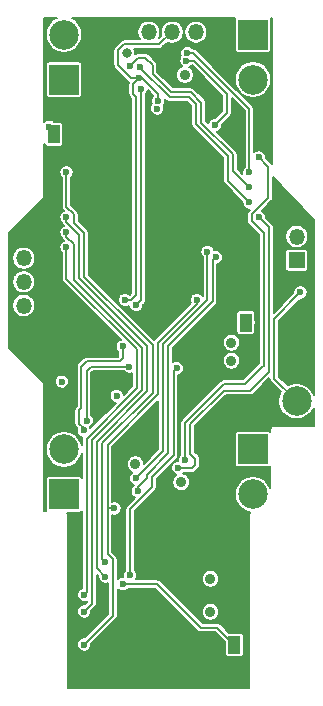
<source format=gbl>
G04 #@! TF.GenerationSoftware,KiCad,Pcbnew,(5.1.5)-3*
G04 #@! TF.CreationDate,2021-11-09T21:41:46-05:00*
G04 #@! TF.ProjectId,MotorDriver,4d6f746f-7244-4726-9976-65722e6b6963,rev?*
G04 #@! TF.SameCoordinates,Original*
G04 #@! TF.FileFunction,Copper,L4,Bot*
G04 #@! TF.FilePolarity,Positive*
%FSLAX46Y46*%
G04 Gerber Fmt 4.6, Leading zero omitted, Abs format (unit mm)*
G04 Created by KiCad (PCBNEW (5.1.5)-3) date 2021-11-09 21:41:46*
%MOMM*%
%LPD*%
G04 APERTURE LIST*
%ADD10O,1.350000X1.350000*%
%ADD11R,1.350000X1.350000*%
%ADD12R,1.000000X1.500000*%
%ADD13C,2.499360*%
%ADD14R,2.499360X2.499360*%
%ADD15C,0.900000*%
%ADD16C,0.600000*%
%ADD17C,0.800000*%
%ADD18C,0.200000*%
G04 APERTURE END LIST*
D10*
X91694000Y-58452000D03*
D11*
X91694000Y-60452000D03*
D10*
X68580000Y-60294000D03*
X68580000Y-62294000D03*
X68580000Y-64294000D03*
D11*
X68580000Y-66294000D03*
D12*
X84503500Y-93027500D03*
X86423500Y-93027500D03*
X73040000Y-49784000D03*
X71120000Y-49784000D03*
X85456000Y-65735200D03*
X87376000Y-65735200D03*
D13*
X91694000Y-72390000D03*
D14*
X91694000Y-68580000D03*
D10*
X83165200Y-41148000D03*
X81165200Y-41148000D03*
X79165200Y-41148000D03*
D11*
X77165200Y-41148000D03*
D13*
X72000000Y-76464000D03*
D14*
X72000000Y-80274000D03*
D13*
X88000000Y-80264000D03*
D14*
X88000000Y-76454000D03*
D13*
X88000000Y-45161200D03*
D14*
X88000000Y-41351200D03*
D13*
X72000000Y-41361200D03*
D14*
X72000000Y-45171200D03*
D15*
X87376000Y-73406000D03*
D16*
X71818500Y-70739000D03*
X76454000Y-71945500D03*
X82296000Y-48133000D03*
D15*
X77279500Y-48641000D03*
X73406000Y-64770000D03*
X86360000Y-49784000D03*
X74676000Y-70612000D03*
X79248000Y-76200000D03*
X82550000Y-54610000D03*
X80010000Y-54610000D03*
X80010000Y-66040000D03*
X76200000Y-53340000D03*
X76200000Y-59690000D03*
X82550000Y-58420000D03*
X80010000Y-58420000D03*
X80010000Y-62230000D03*
X82550000Y-62230000D03*
X90551000Y-55372000D03*
X87176000Y-72444000D03*
X76073000Y-94488000D03*
X82804000Y-94361000D03*
X79502000Y-90043000D03*
X80264000Y-81026000D03*
X68453000Y-57848500D03*
X85407500Y-40830500D03*
X70866000Y-47561500D03*
X88963500Y-48069500D03*
X86804500Y-82740500D03*
X72834500Y-83312000D03*
D16*
X87693500Y-53022500D03*
X87693500Y-54292500D03*
X87693500Y-55562500D03*
X87630000Y-65722500D03*
X72199500Y-59372500D03*
X72199500Y-58102500D03*
X72199500Y-56832500D03*
X72199500Y-53022500D03*
X77597000Y-87122000D03*
X81534000Y-69596000D03*
D17*
X77343000Y-42926000D03*
D16*
X78524000Y-45936000D03*
X73914000Y-74041000D03*
X77533500Y-69469000D03*
X78105000Y-64262000D03*
D15*
X82232500Y-44767500D03*
D16*
X82423000Y-42926000D03*
X82359500Y-43561000D03*
X70739000Y-49149000D03*
D15*
X86423500Y-93027500D03*
X84391500Y-87439500D03*
X84391500Y-90233500D03*
D16*
X79946500Y-46990000D03*
X78359000Y-45021500D03*
X77152500Y-63817500D03*
X73660000Y-74866500D03*
X76962000Y-67754500D03*
X73700000Y-88798800D03*
X73700000Y-90198800D03*
X75501500Y-87249000D03*
X76962000Y-87884000D03*
X75438000Y-85979000D03*
X73700000Y-92998800D03*
X76263500Y-81470500D03*
X84772500Y-49022000D03*
X82232500Y-77406500D03*
X88500000Y-51745000D03*
X77597000Y-44005500D03*
X78422500Y-44069000D03*
X81661000Y-78041500D03*
X88500000Y-56825000D03*
X78105000Y-78930500D03*
X84137500Y-59753500D03*
X78232000Y-80010000D03*
X84836000Y-60198000D03*
D15*
X78041500Y-77724000D03*
X81915000Y-79248000D03*
D16*
X83248500Y-63817500D03*
D15*
X86169500Y-68961000D03*
X86169500Y-67437000D03*
D16*
X79883000Y-47625000D03*
X92011500Y-63182500D03*
D18*
X81534000Y-69596000D02*
X81280000Y-69850000D01*
X81280000Y-69850000D02*
X81280000Y-76962000D01*
X81280000Y-76962000D02*
X79438500Y-78803500D01*
X79438500Y-78803500D02*
X79438500Y-79692500D01*
X77597000Y-81534000D02*
X77597000Y-87122000D01*
X79438500Y-79692500D02*
X77597000Y-81534000D01*
X78524000Y-63589000D02*
X78524000Y-45936000D01*
X78524000Y-63589000D02*
X78524000Y-63843000D01*
X78524000Y-63843000D02*
X78105000Y-64262000D01*
X74295000Y-69469000D02*
X77533500Y-69469000D01*
X73914000Y-69850000D02*
X74295000Y-69469000D01*
X73914000Y-74041000D02*
X73914000Y-69850000D01*
X79946500Y-46990000D02*
X79946500Y-46355000D01*
X78613000Y-45021500D02*
X78359000Y-45021500D01*
X79946500Y-46355000D02*
X78613000Y-45021500D01*
X77851000Y-45529500D02*
X78359000Y-45021500D01*
X78105000Y-46609000D02*
X77851000Y-46355000D01*
X77152500Y-63817500D02*
X77660500Y-63817500D01*
X77660500Y-63817500D02*
X78105000Y-63373000D01*
X78105000Y-63373000D02*
X78105000Y-46609000D01*
X77851000Y-46355000D02*
X77851000Y-45529500D01*
X78359000Y-45021500D02*
X77660500Y-45021500D01*
X77660500Y-45021500D02*
X76581000Y-43942000D01*
X76581000Y-43942000D02*
X76581000Y-42672000D01*
X76581000Y-42672000D02*
X77089000Y-42164000D01*
X77089000Y-42164000D02*
X80010000Y-42164000D01*
X80010000Y-42164000D02*
X81165200Y-41148000D01*
X73914000Y-69024500D02*
X76708000Y-69024500D01*
X73469500Y-69469000D02*
X73914000Y-69024500D01*
X73469500Y-72961500D02*
X73469500Y-69469000D01*
X76962000Y-68770500D02*
X76962000Y-67754500D01*
X76708000Y-69024500D02*
X76962000Y-68770500D01*
X73279000Y-73152000D02*
X73469500Y-72961500D01*
X73279000Y-74295000D02*
X73279000Y-73152000D01*
X73660000Y-74676000D02*
X73279000Y-74295000D01*
X73660000Y-74866500D02*
X73660000Y-74676000D01*
X73914000Y-88584800D02*
X73700000Y-88798800D01*
X73914000Y-75565000D02*
X73914000Y-88584800D01*
X72199500Y-59372500D02*
X72199500Y-62039500D01*
X72199500Y-62039500D02*
X78168500Y-68008500D01*
X78168500Y-71310500D02*
X73914000Y-75565000D01*
X78168500Y-68008500D02*
X78168500Y-71310500D01*
X74358500Y-89540300D02*
X73700000Y-90198800D01*
X74358500Y-75692000D02*
X74358500Y-89540300D01*
X78613000Y-71437500D02*
X74358500Y-75692000D01*
X78613000Y-67881500D02*
X78613000Y-71437500D01*
X72834500Y-62103000D02*
X78613000Y-67881500D01*
X72199500Y-58102500D02*
X72199500Y-58483500D01*
X72834500Y-59118500D02*
X72834500Y-62103000D01*
X72199500Y-58483500D02*
X72834500Y-59118500D01*
X72199500Y-56832500D02*
X72199500Y-57213500D01*
X72199500Y-57213500D02*
X73279000Y-58293000D01*
X73279000Y-58293000D02*
X73279000Y-61976000D01*
X73279000Y-61976000D02*
X78232000Y-66929000D01*
X78232000Y-66929000D02*
X78867000Y-67564000D01*
X78867000Y-67564000D02*
X79057500Y-67754500D01*
X79057500Y-67754500D02*
X79057500Y-71564500D01*
X79057500Y-71564500D02*
X74803000Y-75819000D01*
X74803000Y-75819000D02*
X74803000Y-83566000D01*
X74803000Y-83566000D02*
X74803000Y-86423500D01*
X74803000Y-86423500D02*
X74803000Y-86550500D01*
X74803000Y-86550500D02*
X75501500Y-87249000D01*
X76962000Y-87884000D02*
X79883000Y-87884000D01*
X79883000Y-87884000D02*
X83566000Y-91567000D01*
X84963000Y-91567000D02*
X86423500Y-93027500D01*
X83566000Y-91567000D02*
X84963000Y-91567000D01*
X72199500Y-53022500D02*
X72199500Y-55943500D01*
X72199500Y-55943500D02*
X72834500Y-56578500D01*
X72834500Y-56578500D02*
X72834500Y-57277000D01*
X72834500Y-57277000D02*
X73723500Y-58166000D01*
X73723500Y-58166000D02*
X73723500Y-61849000D01*
X73723500Y-61849000D02*
X78422500Y-66548000D01*
X78422500Y-66548000D02*
X79438500Y-67564000D01*
X79438500Y-67564000D02*
X79502000Y-67627500D01*
X79502000Y-67627500D02*
X79502000Y-71691500D01*
X79502000Y-71691500D02*
X75247500Y-75946000D01*
X75247500Y-75946000D02*
X75247500Y-83566000D01*
X75247500Y-83566000D02*
X75247500Y-85788500D01*
X75247500Y-85788500D02*
X75438000Y-85979000D01*
X76136500Y-90562300D02*
X73700000Y-92998800D01*
X75692000Y-85344000D02*
X76136500Y-85788500D01*
X79946500Y-71818500D02*
X75692000Y-76073000D01*
X79946500Y-67500500D02*
X79946500Y-71818500D01*
X76136500Y-85788500D02*
X76136500Y-90562300D01*
X76263500Y-81470500D02*
X75692000Y-81470500D01*
X75692000Y-76073000D02*
X75692000Y-81470500D01*
X75692000Y-81470500D02*
X75692000Y-85344000D01*
X84772500Y-49022000D02*
X85788500Y-48006000D01*
X85788500Y-48006000D02*
X85788500Y-46355000D01*
X82994500Y-43561000D02*
X82359500Y-43561000D01*
X85788500Y-46355000D02*
X82994500Y-43561000D01*
X88900000Y-58166000D02*
X87884000Y-57150000D01*
X87884000Y-57150000D02*
X87884000Y-56578500D01*
X87884000Y-56578500D02*
X89281000Y-55181500D01*
X89281000Y-55181500D02*
X89281000Y-52526000D01*
X89281000Y-52526000D02*
X88500000Y-51745000D01*
X88900000Y-69405500D02*
X88836500Y-69405500D01*
X88900000Y-69405500D02*
X88900000Y-58166000D01*
X88836500Y-69405500D02*
X87312500Y-70929500D01*
X87312500Y-70929500D02*
X85534500Y-70929500D01*
X82232500Y-74231500D02*
X82232500Y-77406500D01*
X85534500Y-70929500D02*
X82232500Y-74231500D01*
X87693500Y-53022500D02*
X87693500Y-47688500D01*
X82931000Y-42926000D02*
X82423000Y-42926000D01*
X87693500Y-47688500D02*
X82931000Y-42926000D01*
X86296500Y-52895500D02*
X87693500Y-54292500D01*
X78295500Y-43307000D02*
X78867000Y-43307000D01*
X78867000Y-43307000D02*
X79502000Y-43942000D01*
X79502000Y-43942000D02*
X79502000Y-44704000D01*
X86296500Y-51498500D02*
X86296500Y-52895500D01*
X77597000Y-44005500D02*
X78295500Y-43307000D01*
X83629500Y-48831500D02*
X83629500Y-47117000D01*
X83629500Y-48831500D02*
X86296500Y-51498500D01*
X83629500Y-47117000D02*
X82740500Y-46228000D01*
X82740500Y-46228000D02*
X81026000Y-46228000D01*
X79502000Y-44704000D02*
X81026000Y-46228000D01*
X78422500Y-44069000D02*
X78422500Y-44196000D01*
X85852000Y-53721000D02*
X87693500Y-55562500D01*
X85852000Y-51625500D02*
X85852000Y-53721000D01*
X83185000Y-48958500D02*
X83185000Y-47244000D01*
X83185000Y-48958500D02*
X85852000Y-51625500D01*
X83185000Y-47244000D02*
X82613500Y-46672500D01*
X82613500Y-46672500D02*
X80962500Y-46672500D01*
X78422500Y-44196000D02*
X80962500Y-46672500D01*
X89344500Y-57669500D02*
X88500000Y-56825000D01*
X85534500Y-71501000D02*
X82677000Y-74358500D01*
X82677000Y-74358500D02*
X82677000Y-76835000D01*
X82677000Y-76835000D02*
X83121500Y-77279500D01*
X83121500Y-77787500D02*
X82867500Y-78041500D01*
X83121500Y-77279500D02*
X83121500Y-77787500D01*
X81661000Y-78041500D02*
X82867500Y-78041500D01*
X87757000Y-71501000D02*
X89344500Y-69913500D01*
X87757000Y-71501000D02*
X85534500Y-71501000D01*
X89344500Y-69913500D02*
X89344500Y-57669500D01*
X84137500Y-59753500D02*
X84137500Y-63817500D01*
X84137500Y-63817500D02*
X80391000Y-67564000D01*
X80391000Y-76644500D02*
X78105000Y-78930500D01*
X80391000Y-67564000D02*
X80391000Y-76644500D01*
X78232000Y-80010000D02*
X78232000Y-79692500D01*
X78232000Y-79692500D02*
X78994000Y-78930500D01*
X78994000Y-78930500D02*
X78994000Y-78613000D01*
X78994000Y-78613000D02*
X80835500Y-76771500D01*
X80835500Y-76771500D02*
X80835500Y-67691000D01*
X80835500Y-67691000D02*
X84582000Y-63944500D01*
X84582000Y-60452000D02*
X84836000Y-60198000D01*
X84582000Y-63944500D02*
X84582000Y-60452000D01*
X79946500Y-67500500D02*
X79946500Y-67437000D01*
X79946500Y-67437000D02*
X83248500Y-64135000D01*
X83248500Y-64135000D02*
X83248500Y-63817500D01*
X91694000Y-72390000D02*
X89789000Y-70485000D01*
X89789000Y-70485000D02*
X89789000Y-66040000D01*
X89789000Y-66040000D02*
X89789000Y-65405000D01*
X89789000Y-65405000D02*
X92011500Y-63182500D01*
G36*
X71265951Y-39987892D02*
G01*
X71012137Y-40157485D01*
X70796285Y-40373337D01*
X70626692Y-40627151D01*
X70509874Y-40909175D01*
X70450320Y-41208570D01*
X70450320Y-41513830D01*
X70509874Y-41813225D01*
X70626692Y-42095249D01*
X70796285Y-42349063D01*
X71012137Y-42564915D01*
X71265951Y-42734508D01*
X71547975Y-42851326D01*
X71847370Y-42910880D01*
X72152630Y-42910880D01*
X72452025Y-42851326D01*
X72734049Y-42734508D01*
X72987863Y-42564915D01*
X73203715Y-42349063D01*
X73373308Y-42095249D01*
X73490126Y-41813225D01*
X73549680Y-41513830D01*
X73549680Y-41208570D01*
X73490126Y-40909175D01*
X73373308Y-40627151D01*
X73203715Y-40373337D01*
X72987863Y-40157485D01*
X72734049Y-39987892D01*
X72640155Y-39949000D01*
X86491678Y-39949000D01*
X86471816Y-39986160D01*
X86454661Y-40042710D01*
X86448869Y-40101520D01*
X86448869Y-42600880D01*
X86454661Y-42659690D01*
X86471816Y-42716240D01*
X86499673Y-42768357D01*
X86537162Y-42814038D01*
X86582843Y-42851527D01*
X86634960Y-42879384D01*
X86691510Y-42896539D01*
X86750320Y-42902331D01*
X89249680Y-42902331D01*
X89308490Y-42896539D01*
X89365040Y-42879384D01*
X89417157Y-42851527D01*
X89462838Y-42814038D01*
X89500327Y-42768357D01*
X89528184Y-42716240D01*
X89545339Y-42659690D01*
X89551131Y-42600880D01*
X89551131Y-40101520D01*
X89545339Y-40042710D01*
X89528184Y-39986160D01*
X89508322Y-39949000D01*
X89591000Y-39949000D01*
X89591001Y-52273214D01*
X89577735Y-52257049D01*
X89577733Y-52257047D01*
X89565211Y-52241789D01*
X89549953Y-52229267D01*
X89100000Y-51779315D01*
X89100000Y-51685905D01*
X89076942Y-51569986D01*
X89031713Y-51460793D01*
X88966050Y-51362522D01*
X88882478Y-51278950D01*
X88784207Y-51213287D01*
X88675014Y-51168058D01*
X88559095Y-51145000D01*
X88440905Y-51145000D01*
X88324986Y-51168058D01*
X88215793Y-51213287D01*
X88117522Y-51278950D01*
X88093500Y-51302972D01*
X88093500Y-47708135D01*
X88095434Y-47688499D01*
X88093500Y-47668863D01*
X88093500Y-47668853D01*
X88087712Y-47610086D01*
X88064840Y-47534686D01*
X88027697Y-47465197D01*
X87977711Y-47404289D01*
X87962453Y-47391767D01*
X85579256Y-45008570D01*
X86450320Y-45008570D01*
X86450320Y-45313830D01*
X86509874Y-45613225D01*
X86626692Y-45895249D01*
X86796285Y-46149063D01*
X87012137Y-46364915D01*
X87265951Y-46534508D01*
X87547975Y-46651326D01*
X87847370Y-46710880D01*
X88152630Y-46710880D01*
X88452025Y-46651326D01*
X88734049Y-46534508D01*
X88987863Y-46364915D01*
X89203715Y-46149063D01*
X89373308Y-45895249D01*
X89490126Y-45613225D01*
X89549680Y-45313830D01*
X89549680Y-45008570D01*
X89490126Y-44709175D01*
X89373308Y-44427151D01*
X89203715Y-44173337D01*
X88987863Y-43957485D01*
X88734049Y-43787892D01*
X88452025Y-43671074D01*
X88152630Y-43611520D01*
X87847370Y-43611520D01*
X87547975Y-43671074D01*
X87265951Y-43787892D01*
X87012137Y-43957485D01*
X86796285Y-44173337D01*
X86626692Y-44427151D01*
X86509874Y-44709175D01*
X86450320Y-45008570D01*
X85579256Y-45008570D01*
X83227737Y-42657052D01*
X83215211Y-42641789D01*
X83154303Y-42591803D01*
X83084814Y-42554660D01*
X83009414Y-42531788D01*
X82950647Y-42526000D01*
X82950646Y-42526000D01*
X82931000Y-42524065D01*
X82911354Y-42526000D01*
X82871528Y-42526000D01*
X82805478Y-42459950D01*
X82707207Y-42394287D01*
X82598014Y-42349058D01*
X82482095Y-42326000D01*
X82363905Y-42326000D01*
X82247986Y-42349058D01*
X82138793Y-42394287D01*
X82040522Y-42459950D01*
X81956950Y-42543522D01*
X81891287Y-42641793D01*
X81846058Y-42750986D01*
X81823000Y-42866905D01*
X81823000Y-42985095D01*
X81846058Y-43101014D01*
X81884013Y-43192646D01*
X81827787Y-43276793D01*
X81782558Y-43385986D01*
X81759500Y-43501905D01*
X81759500Y-43620095D01*
X81782558Y-43736014D01*
X81827787Y-43845207D01*
X81893450Y-43943478D01*
X81977022Y-44027050D01*
X82008876Y-44048334D01*
X81877242Y-44102859D01*
X81754403Y-44184937D01*
X81649937Y-44289403D01*
X81567859Y-44412242D01*
X81511322Y-44548733D01*
X81482500Y-44693631D01*
X81482500Y-44841369D01*
X81511322Y-44986267D01*
X81567859Y-45122758D01*
X81649937Y-45245597D01*
X81754403Y-45350063D01*
X81877242Y-45432141D01*
X82013733Y-45488678D01*
X82158631Y-45517500D01*
X82306369Y-45517500D01*
X82451267Y-45488678D01*
X82587758Y-45432141D01*
X82710597Y-45350063D01*
X82815063Y-45245597D01*
X82897141Y-45122758D01*
X82953678Y-44986267D01*
X82982500Y-44841369D01*
X82982500Y-44693631D01*
X82953678Y-44548733D01*
X82897141Y-44412242D01*
X82815063Y-44289403D01*
X82710597Y-44184937D01*
X82599795Y-44110902D01*
X82643707Y-44092713D01*
X82741978Y-44027050D01*
X82808028Y-43961000D01*
X82828815Y-43961000D01*
X85388501Y-46520686D01*
X85388500Y-47840314D01*
X84806815Y-48422000D01*
X84713405Y-48422000D01*
X84597486Y-48445058D01*
X84488293Y-48490287D01*
X84390022Y-48555950D01*
X84306450Y-48639522D01*
X84240787Y-48737793D01*
X84199984Y-48836299D01*
X84029500Y-48665815D01*
X84029500Y-47136647D01*
X84031435Y-47117000D01*
X84023712Y-47038586D01*
X84000840Y-46963185D01*
X83963697Y-46893697D01*
X83926235Y-46848049D01*
X83926233Y-46848047D01*
X83913711Y-46832789D01*
X83898453Y-46820267D01*
X83037237Y-45959052D01*
X83024711Y-45943789D01*
X82963803Y-45893803D01*
X82894314Y-45856660D01*
X82818914Y-45833788D01*
X82760147Y-45828000D01*
X82760146Y-45828000D01*
X82740500Y-45826065D01*
X82720854Y-45828000D01*
X81191685Y-45828000D01*
X79902000Y-44538315D01*
X79902000Y-43961646D01*
X79903935Y-43942000D01*
X79896212Y-43863586D01*
X79873340Y-43788186D01*
X79836197Y-43718697D01*
X79827715Y-43708362D01*
X79786211Y-43657789D01*
X79770949Y-43645264D01*
X79163737Y-43038052D01*
X79151211Y-43022789D01*
X79090303Y-42972803D01*
X79020814Y-42935660D01*
X78945414Y-42912788D01*
X78886647Y-42907000D01*
X78886646Y-42907000D01*
X78867000Y-42905065D01*
X78847354Y-42907000D01*
X78315135Y-42907000D01*
X78295499Y-42905066D01*
X78275863Y-42907000D01*
X78275853Y-42907000D01*
X78217086Y-42912788D01*
X78141686Y-42935660D01*
X78072197Y-42972803D01*
X78072195Y-42972804D01*
X78072196Y-42972804D01*
X78042567Y-42997119D01*
X78043000Y-42994944D01*
X78043000Y-42857056D01*
X78016099Y-42721818D01*
X77963332Y-42594426D01*
X77943002Y-42564000D01*
X79977494Y-42564000D01*
X79984284Y-42565111D01*
X80016807Y-42564000D01*
X80029647Y-42564000D01*
X80036465Y-42563328D01*
X80063031Y-42562421D01*
X80075581Y-42559476D01*
X80088414Y-42558212D01*
X80113860Y-42550493D01*
X80139740Y-42544420D01*
X80151473Y-42539083D01*
X80163814Y-42535340D01*
X80187269Y-42522803D01*
X80211463Y-42511799D01*
X80221928Y-42504277D01*
X80233303Y-42498197D01*
X80253869Y-42481319D01*
X80259413Y-42477334D01*
X80269018Y-42468886D01*
X80294211Y-42448211D01*
X80298582Y-42442885D01*
X80761217Y-42035998D01*
X80880803Y-42085532D01*
X81069171Y-42123000D01*
X81261229Y-42123000D01*
X81449597Y-42085532D01*
X81627036Y-42012034D01*
X81786727Y-41905332D01*
X81922532Y-41769527D01*
X82029234Y-41609836D01*
X82102732Y-41432397D01*
X82140200Y-41244029D01*
X82140200Y-41051971D01*
X82190200Y-41051971D01*
X82190200Y-41244029D01*
X82227668Y-41432397D01*
X82301166Y-41609836D01*
X82407868Y-41769527D01*
X82543673Y-41905332D01*
X82703364Y-42012034D01*
X82880803Y-42085532D01*
X83069171Y-42123000D01*
X83261229Y-42123000D01*
X83449597Y-42085532D01*
X83627036Y-42012034D01*
X83786727Y-41905332D01*
X83922532Y-41769527D01*
X84029234Y-41609836D01*
X84102732Y-41432397D01*
X84140200Y-41244029D01*
X84140200Y-41051971D01*
X84102732Y-40863603D01*
X84029234Y-40686164D01*
X83922532Y-40526473D01*
X83786727Y-40390668D01*
X83627036Y-40283966D01*
X83449597Y-40210468D01*
X83261229Y-40173000D01*
X83069171Y-40173000D01*
X82880803Y-40210468D01*
X82703364Y-40283966D01*
X82543673Y-40390668D01*
X82407868Y-40526473D01*
X82301166Y-40686164D01*
X82227668Y-40863603D01*
X82190200Y-41051971D01*
X82140200Y-41051971D01*
X82102732Y-40863603D01*
X82029234Y-40686164D01*
X81922532Y-40526473D01*
X81786727Y-40390668D01*
X81627036Y-40283966D01*
X81449597Y-40210468D01*
X81261229Y-40173000D01*
X81069171Y-40173000D01*
X80880803Y-40210468D01*
X80703364Y-40283966D01*
X80543673Y-40390668D01*
X80407868Y-40526473D01*
X80301166Y-40686164D01*
X80227668Y-40863603D01*
X80190200Y-41051971D01*
X80190200Y-41244029D01*
X80227668Y-41432397D01*
X80229936Y-41437872D01*
X80021855Y-41620880D01*
X80029234Y-41609836D01*
X80102732Y-41432397D01*
X80140200Y-41244029D01*
X80140200Y-41051971D01*
X80102732Y-40863603D01*
X80029234Y-40686164D01*
X79922532Y-40526473D01*
X79786727Y-40390668D01*
X79627036Y-40283966D01*
X79449597Y-40210468D01*
X79261229Y-40173000D01*
X79069171Y-40173000D01*
X78880803Y-40210468D01*
X78703364Y-40283966D01*
X78543673Y-40390668D01*
X78407868Y-40526473D01*
X78301166Y-40686164D01*
X78227668Y-40863603D01*
X78190200Y-41051971D01*
X78190200Y-41244029D01*
X78227668Y-41432397D01*
X78301166Y-41609836D01*
X78404175Y-41764000D01*
X77108635Y-41764000D01*
X77088999Y-41762066D01*
X77069363Y-41764000D01*
X77069353Y-41764000D01*
X77010586Y-41769788D01*
X76935186Y-41792660D01*
X76865697Y-41829803D01*
X76804789Y-41879789D01*
X76792263Y-41895052D01*
X76312048Y-42375267D01*
X76296790Y-42387789D01*
X76284268Y-42403047D01*
X76284265Y-42403050D01*
X76246803Y-42448698D01*
X76209661Y-42518186D01*
X76186788Y-42593587D01*
X76179065Y-42672000D01*
X76181001Y-42691656D01*
X76181000Y-43922353D01*
X76179065Y-43942000D01*
X76181000Y-43961646D01*
X76186788Y-44020413D01*
X76209660Y-44095813D01*
X76246803Y-44165302D01*
X76296789Y-44226211D01*
X76312050Y-44238735D01*
X77363763Y-45290448D01*
X77376289Y-45305711D01*
X77391550Y-45318235D01*
X77437197Y-45355697D01*
X77478954Y-45378017D01*
X77456788Y-45451087D01*
X77449065Y-45529500D01*
X77451001Y-45549156D01*
X77451000Y-46335353D01*
X77449065Y-46355000D01*
X77451000Y-46374646D01*
X77456788Y-46433413D01*
X77479660Y-46508813D01*
X77516803Y-46578302D01*
X77566789Y-46639211D01*
X77582050Y-46651735D01*
X77705001Y-46774686D01*
X77705000Y-63207314D01*
X77547921Y-63364393D01*
X77534978Y-63351450D01*
X77436707Y-63285787D01*
X77327514Y-63240558D01*
X77211595Y-63217500D01*
X77093405Y-63217500D01*
X76977486Y-63240558D01*
X76868293Y-63285787D01*
X76770022Y-63351450D01*
X76686450Y-63435022D01*
X76620787Y-63533293D01*
X76575558Y-63642486D01*
X76552500Y-63758405D01*
X76552500Y-63876595D01*
X76575558Y-63992514D01*
X76620787Y-64101707D01*
X76686450Y-64199978D01*
X76770022Y-64283550D01*
X76868293Y-64349213D01*
X76977486Y-64394442D01*
X77093405Y-64417500D01*
X77211595Y-64417500D01*
X77327514Y-64394442D01*
X77436707Y-64349213D01*
X77505000Y-64303581D01*
X77505000Y-64321095D01*
X77528058Y-64437014D01*
X77573287Y-64546207D01*
X77638950Y-64644478D01*
X77722522Y-64728050D01*
X77820793Y-64793713D01*
X77929986Y-64838942D01*
X78045905Y-64862000D01*
X78164095Y-64862000D01*
X78280014Y-64838942D01*
X78389207Y-64793713D01*
X78487478Y-64728050D01*
X78571050Y-64644478D01*
X78636713Y-64546207D01*
X78681942Y-64437014D01*
X78705000Y-64321095D01*
X78705000Y-64227685D01*
X78792948Y-64139737D01*
X78808211Y-64127211D01*
X78858197Y-64066303D01*
X78895340Y-63996814D01*
X78918212Y-63921414D01*
X78924000Y-63862647D01*
X78924000Y-63862637D01*
X78925934Y-63843001D01*
X78924000Y-63823365D01*
X78924000Y-46384528D01*
X78990050Y-46318478D01*
X79055713Y-46220207D01*
X79100942Y-46111014D01*
X79106896Y-46081082D01*
X79546501Y-46520687D01*
X79546501Y-46541471D01*
X79480450Y-46607522D01*
X79414787Y-46705793D01*
X79369558Y-46814986D01*
X79346500Y-46930905D01*
X79346500Y-47049095D01*
X79369558Y-47165014D01*
X79407513Y-47256646D01*
X79351287Y-47340793D01*
X79306058Y-47449986D01*
X79283000Y-47565905D01*
X79283000Y-47684095D01*
X79306058Y-47800014D01*
X79351287Y-47909207D01*
X79416950Y-48007478D01*
X79500522Y-48091050D01*
X79598793Y-48156713D01*
X79707986Y-48201942D01*
X79823905Y-48225000D01*
X79942095Y-48225000D01*
X80058014Y-48201942D01*
X80167207Y-48156713D01*
X80265478Y-48091050D01*
X80349050Y-48007478D01*
X80414713Y-47909207D01*
X80459942Y-47800014D01*
X80483000Y-47684095D01*
X80483000Y-47565905D01*
X80459942Y-47449986D01*
X80421987Y-47358354D01*
X80478213Y-47274207D01*
X80523442Y-47165014D01*
X80546500Y-47049095D01*
X80546500Y-46930905D01*
X80523442Y-46814986D01*
X80515168Y-46795011D01*
X80667377Y-46943415D01*
X80678289Y-46956711D01*
X80695507Y-46970841D01*
X80697326Y-46972615D01*
X80710712Y-46983320D01*
X80739197Y-47006697D01*
X80741450Y-47007901D01*
X80743444Y-47009496D01*
X80776142Y-47026445D01*
X80808686Y-47043840D01*
X80811134Y-47044583D01*
X80813398Y-47045756D01*
X80848750Y-47055993D01*
X80884086Y-47066712D01*
X80886632Y-47066963D01*
X80889081Y-47067672D01*
X80925748Y-47070815D01*
X80942853Y-47072500D01*
X80945400Y-47072500D01*
X80967587Y-47074402D01*
X80984678Y-47072500D01*
X82447815Y-47072500D01*
X82785001Y-47409687D01*
X82785000Y-48938853D01*
X82783065Y-48958500D01*
X82785000Y-48978146D01*
X82790788Y-49036913D01*
X82813660Y-49112313D01*
X82850803Y-49181802D01*
X82900789Y-49242711D01*
X82916052Y-49255237D01*
X85452000Y-51791185D01*
X85452001Y-53701344D01*
X85450065Y-53721000D01*
X85457788Y-53799413D01*
X85480661Y-53874814D01*
X85517803Y-53944302D01*
X85555265Y-53989950D01*
X85555268Y-53989953D01*
X85567790Y-54005211D01*
X85583048Y-54017733D01*
X87093500Y-55528186D01*
X87093500Y-55621595D01*
X87116558Y-55737514D01*
X87161787Y-55846707D01*
X87227450Y-55944978D01*
X87311022Y-56028550D01*
X87409293Y-56094213D01*
X87518486Y-56139442D01*
X87634405Y-56162500D01*
X87734315Y-56162500D01*
X87615048Y-56281767D01*
X87599790Y-56294289D01*
X87587268Y-56309547D01*
X87587265Y-56309550D01*
X87549803Y-56355198D01*
X87512661Y-56424686D01*
X87489788Y-56500087D01*
X87482065Y-56578500D01*
X87484001Y-56598156D01*
X87484000Y-57130353D01*
X87482065Y-57150000D01*
X87484000Y-57169646D01*
X87489788Y-57228413D01*
X87512660Y-57303813D01*
X87549803Y-57373302D01*
X87599789Y-57434211D01*
X87615052Y-57446737D01*
X88500001Y-58331687D01*
X88500000Y-69176315D01*
X87146815Y-70529500D01*
X85554135Y-70529500D01*
X85534499Y-70527566D01*
X85514863Y-70529500D01*
X85514853Y-70529500D01*
X85456086Y-70535288D01*
X85380686Y-70558160D01*
X85311197Y-70595303D01*
X85311195Y-70595304D01*
X85311196Y-70595304D01*
X85265549Y-70632765D01*
X85265547Y-70632767D01*
X85250289Y-70645289D01*
X85237767Y-70660547D01*
X81963552Y-73934763D01*
X81948289Y-73947289D01*
X81898303Y-74008198D01*
X81861160Y-74077687D01*
X81841898Y-74141186D01*
X81838288Y-74153087D01*
X81830565Y-74231500D01*
X81832500Y-74251147D01*
X81832501Y-76957971D01*
X81766450Y-77024022D01*
X81700787Y-77122293D01*
X81655558Y-77231486D01*
X81632500Y-77347405D01*
X81632500Y-77441500D01*
X81601905Y-77441500D01*
X81485986Y-77464558D01*
X81376793Y-77509787D01*
X81278522Y-77575450D01*
X81194950Y-77659022D01*
X81129287Y-77757293D01*
X81084058Y-77866486D01*
X81061000Y-77982405D01*
X81061000Y-78100595D01*
X81084058Y-78216514D01*
X81129287Y-78325707D01*
X81194950Y-78423978D01*
X81278522Y-78507550D01*
X81376793Y-78573213D01*
X81485986Y-78618442D01*
X81502361Y-78621699D01*
X81436903Y-78665437D01*
X81332437Y-78769903D01*
X81250359Y-78892742D01*
X81193822Y-79029233D01*
X81165000Y-79174131D01*
X81165000Y-79321869D01*
X81193822Y-79466767D01*
X81250359Y-79603258D01*
X81332437Y-79726097D01*
X81436903Y-79830563D01*
X81559742Y-79912641D01*
X81696233Y-79969178D01*
X81841131Y-79998000D01*
X81988869Y-79998000D01*
X82133767Y-79969178D01*
X82270258Y-79912641D01*
X82393097Y-79830563D01*
X82497563Y-79726097D01*
X82579641Y-79603258D01*
X82636178Y-79466767D01*
X82665000Y-79321869D01*
X82665000Y-79174131D01*
X82636178Y-79029233D01*
X82579641Y-78892742D01*
X82497563Y-78769903D01*
X82393097Y-78665437D01*
X82270258Y-78583359D01*
X82133767Y-78526822D01*
X82041964Y-78508561D01*
X82043478Y-78507550D01*
X82109528Y-78441500D01*
X82847854Y-78441500D01*
X82867500Y-78443435D01*
X82887146Y-78441500D01*
X82887147Y-78441500D01*
X82945914Y-78435712D01*
X83021314Y-78412840D01*
X83090803Y-78375697D01*
X83151711Y-78325711D01*
X83164237Y-78310448D01*
X83390448Y-78084237D01*
X83405711Y-78071711D01*
X83455697Y-78010803D01*
X83492840Y-77941314D01*
X83515712Y-77865914D01*
X83521500Y-77807147D01*
X83521500Y-77807137D01*
X83523434Y-77787501D01*
X83521500Y-77767865D01*
X83521500Y-77299146D01*
X83523435Y-77279500D01*
X83515712Y-77201086D01*
X83492840Y-77125685D01*
X83455697Y-77056197D01*
X83418235Y-77010549D01*
X83418233Y-77010547D01*
X83405711Y-76995289D01*
X83390454Y-76982768D01*
X83077000Y-76669315D01*
X83077000Y-74524185D01*
X85700186Y-71901000D01*
X87737354Y-71901000D01*
X87757000Y-71902935D01*
X87776646Y-71901000D01*
X87776647Y-71901000D01*
X87835414Y-71895212D01*
X87910814Y-71872340D01*
X87980303Y-71835197D01*
X88041211Y-71785211D01*
X88053737Y-71769948D01*
X89389000Y-70434686D01*
X89389000Y-70465354D01*
X89387065Y-70485000D01*
X89389000Y-70504646D01*
X89394788Y-70563413D01*
X89417660Y-70638813D01*
X89454803Y-70708302D01*
X89504789Y-70769211D01*
X89520052Y-70781737D01*
X90350161Y-71611847D01*
X90320692Y-71655951D01*
X90203874Y-71937975D01*
X90144320Y-72237370D01*
X90144320Y-72542630D01*
X90203874Y-72842025D01*
X90320692Y-73124049D01*
X90490285Y-73377863D01*
X90706137Y-73593715D01*
X90959951Y-73763308D01*
X91241975Y-73880126D01*
X91541370Y-73939680D01*
X91846630Y-73939680D01*
X92146025Y-73880126D01*
X92428049Y-73763308D01*
X92681863Y-73593715D01*
X92897715Y-73377863D01*
X93067308Y-73124049D01*
X93147000Y-72931655D01*
X93147000Y-74478000D01*
X89804961Y-74478000D01*
X89789000Y-74476428D01*
X89773040Y-74478000D01*
X89773039Y-74478000D01*
X89725289Y-74482703D01*
X89664026Y-74501287D01*
X89607566Y-74531465D01*
X89558079Y-74572079D01*
X89517465Y-74621566D01*
X89487287Y-74678026D01*
X89468703Y-74739289D01*
X89462428Y-74803000D01*
X89464001Y-74818971D01*
X89464001Y-74992579D01*
X89462838Y-74991162D01*
X89417157Y-74953673D01*
X89365040Y-74925816D01*
X89308490Y-74908661D01*
X89249680Y-74902869D01*
X86750320Y-74902869D01*
X86691510Y-74908661D01*
X86634960Y-74925816D01*
X86582843Y-74953673D01*
X86537162Y-74991162D01*
X86499673Y-75036843D01*
X86471816Y-75088960D01*
X86454661Y-75145510D01*
X86448869Y-75204320D01*
X86448869Y-77703680D01*
X86454661Y-77762490D01*
X86471816Y-77819040D01*
X86499673Y-77871157D01*
X86537162Y-77916838D01*
X86582843Y-77954327D01*
X86634960Y-77982184D01*
X86691510Y-77999339D01*
X86750320Y-78005131D01*
X89249680Y-78005131D01*
X89308490Y-77999339D01*
X89365040Y-77982184D01*
X89417157Y-77954327D01*
X89462838Y-77916838D01*
X89464001Y-77915421D01*
X89464000Y-79748902D01*
X89373308Y-79529951D01*
X89203715Y-79276137D01*
X88987863Y-79060285D01*
X88734049Y-78890692D01*
X88452025Y-78773874D01*
X88152630Y-78714320D01*
X87847370Y-78714320D01*
X87547975Y-78773874D01*
X87265951Y-78890692D01*
X87012137Y-79060285D01*
X86796285Y-79276137D01*
X86626692Y-79529951D01*
X86509874Y-79811975D01*
X86450320Y-80111370D01*
X86450320Y-80416630D01*
X86509874Y-80716025D01*
X86626692Y-80998049D01*
X86796285Y-81251863D01*
X87012137Y-81467715D01*
X87265951Y-81637308D01*
X87547975Y-81754126D01*
X87748599Y-81794033D01*
X87728465Y-81818566D01*
X87698287Y-81875026D01*
X87679703Y-81936289D01*
X87673428Y-82000000D01*
X87675000Y-82015960D01*
X87675001Y-96675000D01*
X72325000Y-96675000D01*
X72325000Y-82015960D01*
X72326572Y-82000000D01*
X72320297Y-81936289D01*
X72301713Y-81875026D01*
X72275044Y-81825131D01*
X73249680Y-81825131D01*
X73308490Y-81819339D01*
X73365040Y-81802184D01*
X73417157Y-81774327D01*
X73462838Y-81736838D01*
X73500327Y-81691157D01*
X73514000Y-81665576D01*
X73514001Y-88226408D01*
X73415793Y-88267087D01*
X73317522Y-88332750D01*
X73233950Y-88416322D01*
X73168287Y-88514593D01*
X73123058Y-88623786D01*
X73100000Y-88739705D01*
X73100000Y-88857895D01*
X73123058Y-88973814D01*
X73168287Y-89083007D01*
X73233950Y-89181278D01*
X73317522Y-89264850D01*
X73415793Y-89330513D01*
X73524986Y-89375742D01*
X73640905Y-89398800D01*
X73759095Y-89398800D01*
X73875014Y-89375742D01*
X73958501Y-89341161D01*
X73958501Y-89374614D01*
X73734315Y-89598800D01*
X73640905Y-89598800D01*
X73524986Y-89621858D01*
X73415793Y-89667087D01*
X73317522Y-89732750D01*
X73233950Y-89816322D01*
X73168287Y-89914593D01*
X73123058Y-90023786D01*
X73100000Y-90139705D01*
X73100000Y-90257895D01*
X73123058Y-90373814D01*
X73168287Y-90483007D01*
X73233950Y-90581278D01*
X73317522Y-90664850D01*
X73415793Y-90730513D01*
X73524986Y-90775742D01*
X73640905Y-90798800D01*
X73759095Y-90798800D01*
X73875014Y-90775742D01*
X73984207Y-90730513D01*
X74082478Y-90664850D01*
X74166050Y-90581278D01*
X74231713Y-90483007D01*
X74276942Y-90373814D01*
X74300000Y-90257895D01*
X74300000Y-90164485D01*
X74627448Y-89837037D01*
X74642711Y-89824511D01*
X74692697Y-89763603D01*
X74729840Y-89694114D01*
X74752712Y-89618714D01*
X74758500Y-89559947D01*
X74760435Y-89540300D01*
X74758500Y-89520653D01*
X74758500Y-87071685D01*
X74901500Y-87214686D01*
X74901500Y-87308095D01*
X74924558Y-87424014D01*
X74969787Y-87533207D01*
X75035450Y-87631478D01*
X75119022Y-87715050D01*
X75217293Y-87780713D01*
X75326486Y-87825942D01*
X75442405Y-87849000D01*
X75560595Y-87849000D01*
X75676514Y-87825942D01*
X75736500Y-87801095D01*
X75736501Y-90396614D01*
X73734315Y-92398800D01*
X73640905Y-92398800D01*
X73524986Y-92421858D01*
X73415793Y-92467087D01*
X73317522Y-92532750D01*
X73233950Y-92616322D01*
X73168287Y-92714593D01*
X73123058Y-92823786D01*
X73100000Y-92939705D01*
X73100000Y-93057895D01*
X73123058Y-93173814D01*
X73168287Y-93283007D01*
X73233950Y-93381278D01*
X73317522Y-93464850D01*
X73415793Y-93530513D01*
X73524986Y-93575742D01*
X73640905Y-93598800D01*
X73759095Y-93598800D01*
X73875014Y-93575742D01*
X73984207Y-93530513D01*
X74082478Y-93464850D01*
X74166050Y-93381278D01*
X74231713Y-93283007D01*
X74276942Y-93173814D01*
X74300000Y-93057895D01*
X74300000Y-92964485D01*
X76405448Y-90859037D01*
X76420711Y-90846511D01*
X76470697Y-90785603D01*
X76507840Y-90716114D01*
X76530712Y-90640714D01*
X76536500Y-90581947D01*
X76536500Y-90581937D01*
X76538434Y-90562301D01*
X76536500Y-90542665D01*
X76536500Y-88307028D01*
X76579522Y-88350050D01*
X76677793Y-88415713D01*
X76786986Y-88460942D01*
X76902905Y-88484000D01*
X77021095Y-88484000D01*
X77137014Y-88460942D01*
X77246207Y-88415713D01*
X77344478Y-88350050D01*
X77410528Y-88284000D01*
X79717315Y-88284000D01*
X83269263Y-91835948D01*
X83281789Y-91851211D01*
X83297050Y-91863735D01*
X83342697Y-91901197D01*
X83412186Y-91938340D01*
X83487586Y-91961212D01*
X83566000Y-91968935D01*
X83585647Y-91967000D01*
X84797315Y-91967000D01*
X85622049Y-92791735D01*
X85622049Y-93777500D01*
X85627841Y-93836310D01*
X85644996Y-93892860D01*
X85672853Y-93944977D01*
X85710342Y-93990658D01*
X85756023Y-94028147D01*
X85808140Y-94056004D01*
X85864690Y-94073159D01*
X85923500Y-94078951D01*
X86923500Y-94078951D01*
X86982310Y-94073159D01*
X87038860Y-94056004D01*
X87090977Y-94028147D01*
X87136658Y-93990658D01*
X87174147Y-93944977D01*
X87202004Y-93892860D01*
X87219159Y-93836310D01*
X87224951Y-93777500D01*
X87224951Y-92277500D01*
X87219159Y-92218690D01*
X87202004Y-92162140D01*
X87174147Y-92110023D01*
X87136658Y-92064342D01*
X87090977Y-92026853D01*
X87038860Y-91998996D01*
X86982310Y-91981841D01*
X86923500Y-91976049D01*
X85937734Y-91976049D01*
X85259735Y-91298050D01*
X85247211Y-91282789D01*
X85186303Y-91232803D01*
X85116814Y-91195660D01*
X85041414Y-91172788D01*
X84982647Y-91167000D01*
X84982646Y-91167000D01*
X84963000Y-91165065D01*
X84943354Y-91167000D01*
X83731685Y-91167000D01*
X82724316Y-90159631D01*
X83641500Y-90159631D01*
X83641500Y-90307369D01*
X83670322Y-90452267D01*
X83726859Y-90588758D01*
X83808937Y-90711597D01*
X83913403Y-90816063D01*
X84036242Y-90898141D01*
X84172733Y-90954678D01*
X84317631Y-90983500D01*
X84465369Y-90983500D01*
X84610267Y-90954678D01*
X84746758Y-90898141D01*
X84869597Y-90816063D01*
X84974063Y-90711597D01*
X85056141Y-90588758D01*
X85112678Y-90452267D01*
X85141500Y-90307369D01*
X85141500Y-90159631D01*
X85112678Y-90014733D01*
X85056141Y-89878242D01*
X84974063Y-89755403D01*
X84869597Y-89650937D01*
X84746758Y-89568859D01*
X84610267Y-89512322D01*
X84465369Y-89483500D01*
X84317631Y-89483500D01*
X84172733Y-89512322D01*
X84036242Y-89568859D01*
X83913403Y-89650937D01*
X83808937Y-89755403D01*
X83726859Y-89878242D01*
X83670322Y-90014733D01*
X83641500Y-90159631D01*
X82724316Y-90159631D01*
X80179737Y-87615052D01*
X80167211Y-87599789D01*
X80106303Y-87549803D01*
X80036814Y-87512660D01*
X79961414Y-87489788D01*
X79902647Y-87484000D01*
X79902646Y-87484000D01*
X79883000Y-87482065D01*
X79863354Y-87484000D01*
X78076733Y-87484000D01*
X78128713Y-87406207D01*
X78145520Y-87365631D01*
X83641500Y-87365631D01*
X83641500Y-87513369D01*
X83670322Y-87658267D01*
X83726859Y-87794758D01*
X83808937Y-87917597D01*
X83913403Y-88022063D01*
X84036242Y-88104141D01*
X84172733Y-88160678D01*
X84317631Y-88189500D01*
X84465369Y-88189500D01*
X84610267Y-88160678D01*
X84746758Y-88104141D01*
X84869597Y-88022063D01*
X84974063Y-87917597D01*
X85056141Y-87794758D01*
X85112678Y-87658267D01*
X85141500Y-87513369D01*
X85141500Y-87365631D01*
X85112678Y-87220733D01*
X85056141Y-87084242D01*
X84974063Y-86961403D01*
X84869597Y-86856937D01*
X84746758Y-86774859D01*
X84610267Y-86718322D01*
X84465369Y-86689500D01*
X84317631Y-86689500D01*
X84172733Y-86718322D01*
X84036242Y-86774859D01*
X83913403Y-86856937D01*
X83808937Y-86961403D01*
X83726859Y-87084242D01*
X83670322Y-87220733D01*
X83641500Y-87365631D01*
X78145520Y-87365631D01*
X78173942Y-87297014D01*
X78197000Y-87181095D01*
X78197000Y-87062905D01*
X78173942Y-86946986D01*
X78128713Y-86837793D01*
X78063050Y-86739522D01*
X77997000Y-86673472D01*
X77997000Y-81699685D01*
X79707453Y-79989233D01*
X79722711Y-79976711D01*
X79743890Y-79950905D01*
X79772696Y-79915804D01*
X79772697Y-79915803D01*
X79809840Y-79846314D01*
X79832712Y-79770914D01*
X79838500Y-79712147D01*
X79838500Y-79712137D01*
X79840434Y-79692501D01*
X79838500Y-79672865D01*
X79838500Y-78969185D01*
X81548953Y-77258733D01*
X81564211Y-77246211D01*
X81614197Y-77185303D01*
X81651340Y-77115814D01*
X81674212Y-77040414D01*
X81680000Y-76981647D01*
X81680000Y-76981637D01*
X81681934Y-76962001D01*
X81680000Y-76942365D01*
X81680000Y-70178713D01*
X81709014Y-70172942D01*
X81818207Y-70127713D01*
X81916478Y-70062050D01*
X82000050Y-69978478D01*
X82065713Y-69880207D01*
X82110942Y-69771014D01*
X82134000Y-69655095D01*
X82134000Y-69536905D01*
X82110942Y-69420986D01*
X82065713Y-69311793D01*
X82000050Y-69213522D01*
X81916478Y-69129950D01*
X81818207Y-69064287D01*
X81709014Y-69019058D01*
X81593095Y-68996000D01*
X81474905Y-68996000D01*
X81358986Y-69019058D01*
X81249793Y-69064287D01*
X81235500Y-69073837D01*
X81235500Y-68887131D01*
X85419500Y-68887131D01*
X85419500Y-69034869D01*
X85448322Y-69179767D01*
X85504859Y-69316258D01*
X85586937Y-69439097D01*
X85691403Y-69543563D01*
X85814242Y-69625641D01*
X85950733Y-69682178D01*
X86095631Y-69711000D01*
X86243369Y-69711000D01*
X86388267Y-69682178D01*
X86524758Y-69625641D01*
X86647597Y-69543563D01*
X86752063Y-69439097D01*
X86834141Y-69316258D01*
X86890678Y-69179767D01*
X86919500Y-69034869D01*
X86919500Y-68887131D01*
X86890678Y-68742233D01*
X86834141Y-68605742D01*
X86752063Y-68482903D01*
X86647597Y-68378437D01*
X86524758Y-68296359D01*
X86388267Y-68239822D01*
X86243369Y-68211000D01*
X86095631Y-68211000D01*
X85950733Y-68239822D01*
X85814242Y-68296359D01*
X85691403Y-68378437D01*
X85586937Y-68482903D01*
X85504859Y-68605742D01*
X85448322Y-68742233D01*
X85419500Y-68887131D01*
X81235500Y-68887131D01*
X81235500Y-67856685D01*
X81729054Y-67363131D01*
X85419500Y-67363131D01*
X85419500Y-67510869D01*
X85448322Y-67655767D01*
X85504859Y-67792258D01*
X85586937Y-67915097D01*
X85691403Y-68019563D01*
X85814242Y-68101641D01*
X85950733Y-68158178D01*
X86095631Y-68187000D01*
X86243369Y-68187000D01*
X86388267Y-68158178D01*
X86524758Y-68101641D01*
X86647597Y-68019563D01*
X86752063Y-67915097D01*
X86834141Y-67792258D01*
X86890678Y-67655767D01*
X86919500Y-67510869D01*
X86919500Y-67363131D01*
X86890678Y-67218233D01*
X86834141Y-67081742D01*
X86752063Y-66958903D01*
X86647597Y-66854437D01*
X86524758Y-66772359D01*
X86388267Y-66715822D01*
X86243369Y-66687000D01*
X86095631Y-66687000D01*
X85950733Y-66715822D01*
X85814242Y-66772359D01*
X85691403Y-66854437D01*
X85586937Y-66958903D01*
X85504859Y-67081742D01*
X85448322Y-67218233D01*
X85419500Y-67363131D01*
X81729054Y-67363131D01*
X84106985Y-64985200D01*
X86574549Y-64985200D01*
X86574549Y-66485200D01*
X86580341Y-66544010D01*
X86597496Y-66600560D01*
X86625353Y-66652677D01*
X86662842Y-66698358D01*
X86708523Y-66735847D01*
X86760640Y-66763704D01*
X86817190Y-66780859D01*
X86876000Y-66786651D01*
X87876000Y-66786651D01*
X87934810Y-66780859D01*
X87991360Y-66763704D01*
X88043477Y-66735847D01*
X88089158Y-66698358D01*
X88126647Y-66652677D01*
X88154504Y-66600560D01*
X88171659Y-66544010D01*
X88177451Y-66485200D01*
X88177451Y-65968712D01*
X88206942Y-65897514D01*
X88230000Y-65781595D01*
X88230000Y-65663405D01*
X88206942Y-65547486D01*
X88177451Y-65476288D01*
X88177451Y-64985200D01*
X88171659Y-64926390D01*
X88154504Y-64869840D01*
X88126647Y-64817723D01*
X88089158Y-64772042D01*
X88043477Y-64734553D01*
X87991360Y-64706696D01*
X87934810Y-64689541D01*
X87876000Y-64683749D01*
X86876000Y-64683749D01*
X86817190Y-64689541D01*
X86760640Y-64706696D01*
X86708523Y-64734553D01*
X86662842Y-64772042D01*
X86625353Y-64817723D01*
X86597496Y-64869840D01*
X86580341Y-64926390D01*
X86574549Y-64985200D01*
X84106985Y-64985200D01*
X84850954Y-64241232D01*
X84866211Y-64228711D01*
X84878765Y-64213415D01*
X84903243Y-64183587D01*
X84916197Y-64167803D01*
X84953340Y-64098314D01*
X84976212Y-64022914D01*
X84982000Y-63964147D01*
X84982000Y-63964137D01*
X84983934Y-63944501D01*
X84982000Y-63924865D01*
X84982000Y-60780713D01*
X85011014Y-60774942D01*
X85120207Y-60729713D01*
X85218478Y-60664050D01*
X85302050Y-60580478D01*
X85367713Y-60482207D01*
X85412942Y-60373014D01*
X85436000Y-60257095D01*
X85436000Y-60138905D01*
X85412942Y-60022986D01*
X85367713Y-59913793D01*
X85302050Y-59815522D01*
X85218478Y-59731950D01*
X85120207Y-59666287D01*
X85011014Y-59621058D01*
X84895095Y-59598000D01*
X84776905Y-59598000D01*
X84720553Y-59609209D01*
X84714442Y-59578486D01*
X84669213Y-59469293D01*
X84603550Y-59371022D01*
X84519978Y-59287450D01*
X84421707Y-59221787D01*
X84312514Y-59176558D01*
X84196595Y-59153500D01*
X84078405Y-59153500D01*
X83962486Y-59176558D01*
X83853293Y-59221787D01*
X83755022Y-59287450D01*
X83671450Y-59371022D01*
X83605787Y-59469293D01*
X83560558Y-59578486D01*
X83537500Y-59694405D01*
X83537500Y-59812595D01*
X83560558Y-59928514D01*
X83605787Y-60037707D01*
X83671450Y-60135978D01*
X83737500Y-60202028D01*
X83737501Y-63469370D01*
X83714550Y-63435022D01*
X83630978Y-63351450D01*
X83532707Y-63285787D01*
X83423514Y-63240558D01*
X83307595Y-63217500D01*
X83189405Y-63217500D01*
X83073486Y-63240558D01*
X82964293Y-63285787D01*
X82866022Y-63351450D01*
X82782450Y-63435022D01*
X82716787Y-63533293D01*
X82671558Y-63642486D01*
X82648500Y-63758405D01*
X82648500Y-63876595D01*
X82671558Y-63992514D01*
X82716588Y-64101226D01*
X79677551Y-67140264D01*
X79662289Y-67152789D01*
X79631045Y-67190859D01*
X78691450Y-66251265D01*
X74123500Y-61683315D01*
X74123500Y-58185647D01*
X74125435Y-58166000D01*
X74117712Y-58087586D01*
X74094840Y-58012185D01*
X74057697Y-57942697D01*
X74020235Y-57897049D01*
X74020233Y-57897047D01*
X74007711Y-57881789D01*
X73992454Y-57869268D01*
X73234500Y-57111315D01*
X73234500Y-56598147D01*
X73236435Y-56578500D01*
X73228712Y-56500086D01*
X73205840Y-56424686D01*
X73168697Y-56355197D01*
X73118711Y-56294289D01*
X73103449Y-56281764D01*
X72599500Y-55777815D01*
X72599500Y-53471028D01*
X72665550Y-53404978D01*
X72731213Y-53306707D01*
X72776442Y-53197514D01*
X72799500Y-53081595D01*
X72799500Y-52963405D01*
X72776442Y-52847486D01*
X72731213Y-52738293D01*
X72665550Y-52640022D01*
X72581978Y-52556450D01*
X72483707Y-52490787D01*
X72374514Y-52445558D01*
X72258595Y-52422500D01*
X72140405Y-52422500D01*
X72024486Y-52445558D01*
X71915293Y-52490787D01*
X71817022Y-52556450D01*
X71733450Y-52640022D01*
X71667787Y-52738293D01*
X71622558Y-52847486D01*
X71599500Y-52963405D01*
X71599500Y-53081595D01*
X71622558Y-53197514D01*
X71667787Y-53306707D01*
X71733450Y-53404978D01*
X71799500Y-53471028D01*
X71799501Y-55923844D01*
X71797565Y-55943500D01*
X71805288Y-56021913D01*
X71828161Y-56097314D01*
X71865303Y-56166802D01*
X71902765Y-56212450D01*
X71902768Y-56212453D01*
X71915290Y-56227711D01*
X71930548Y-56240233D01*
X71968898Y-56278583D01*
X71915293Y-56300787D01*
X71817022Y-56366450D01*
X71733450Y-56450022D01*
X71667787Y-56548293D01*
X71622558Y-56657486D01*
X71599500Y-56773405D01*
X71599500Y-56891595D01*
X71622558Y-57007514D01*
X71667787Y-57116707D01*
X71733450Y-57214978D01*
X71804731Y-57286259D01*
X71805288Y-57291913D01*
X71828161Y-57367314D01*
X71865303Y-57436802D01*
X71902765Y-57482450D01*
X71902768Y-57482453D01*
X71915290Y-57497711D01*
X71930548Y-57510233D01*
X71968898Y-57548583D01*
X71915293Y-57570787D01*
X71817022Y-57636450D01*
X71733450Y-57720022D01*
X71667787Y-57818293D01*
X71622558Y-57927486D01*
X71599500Y-58043405D01*
X71599500Y-58161595D01*
X71622558Y-58277514D01*
X71667787Y-58386707D01*
X71733450Y-58484978D01*
X71804731Y-58556259D01*
X71805288Y-58561914D01*
X71813728Y-58589735D01*
X71828161Y-58637314D01*
X71865303Y-58706802D01*
X71902765Y-58752450D01*
X71902768Y-58752453D01*
X71915290Y-58767711D01*
X71930548Y-58780233D01*
X71968898Y-58818583D01*
X71915293Y-58840787D01*
X71817022Y-58906450D01*
X71733450Y-58990022D01*
X71667787Y-59088293D01*
X71622558Y-59197486D01*
X71599500Y-59313405D01*
X71599500Y-59431595D01*
X71622558Y-59547514D01*
X71667787Y-59656707D01*
X71733450Y-59754978D01*
X71799500Y-59821028D01*
X71799501Y-62019844D01*
X71797565Y-62039500D01*
X71805288Y-62117913D01*
X71828161Y-62193314D01*
X71865303Y-62262802D01*
X71902765Y-62308450D01*
X71902768Y-62308453D01*
X71915290Y-62323711D01*
X71930548Y-62336233D01*
X76776299Y-67181985D01*
X76677793Y-67222787D01*
X76579522Y-67288450D01*
X76495950Y-67372022D01*
X76430287Y-67470293D01*
X76385058Y-67579486D01*
X76362000Y-67695405D01*
X76362000Y-67813595D01*
X76385058Y-67929514D01*
X76430287Y-68038707D01*
X76495950Y-68136978D01*
X76562001Y-68203029D01*
X76562000Y-68604815D01*
X76542315Y-68624500D01*
X73933646Y-68624500D01*
X73914000Y-68622565D01*
X73835586Y-68630288D01*
X73760185Y-68653160D01*
X73690697Y-68690303D01*
X73645049Y-68727765D01*
X73645047Y-68727767D01*
X73629789Y-68740289D01*
X73617267Y-68755547D01*
X73200549Y-69172266D01*
X73185290Y-69184789D01*
X73172768Y-69200047D01*
X73172765Y-69200050D01*
X73135303Y-69245698D01*
X73098161Y-69315186D01*
X73075288Y-69390587D01*
X73067565Y-69469000D01*
X73069501Y-69488656D01*
X73069500Y-72795815D01*
X73010048Y-72855267D01*
X72994790Y-72867789D01*
X72982268Y-72883047D01*
X72982265Y-72883050D01*
X72944803Y-72928698D01*
X72907661Y-72998186D01*
X72884788Y-73073587D01*
X72877065Y-73152000D01*
X72879001Y-73171656D01*
X72879000Y-74275353D01*
X72877065Y-74295000D01*
X72879000Y-74314646D01*
X72884788Y-74373413D01*
X72907660Y-74448813D01*
X72944803Y-74518302D01*
X72994789Y-74579211D01*
X73010052Y-74591737D01*
X73090891Y-74672576D01*
X73083058Y-74691486D01*
X73060000Y-74807405D01*
X73060000Y-74925595D01*
X73083058Y-75041514D01*
X73128287Y-75150707D01*
X73193950Y-75248978D01*
X73277522Y-75332550D01*
X73375793Y-75398213D01*
X73484986Y-75443442D01*
X73530151Y-75452426D01*
X73522958Y-75476137D01*
X73519788Y-75486587D01*
X73512065Y-75565000D01*
X73514000Y-75584646D01*
X73514000Y-76131997D01*
X73490126Y-76011975D01*
X73373308Y-75729951D01*
X73203715Y-75476137D01*
X72987863Y-75260285D01*
X72734049Y-75090692D01*
X72452025Y-74973874D01*
X72152630Y-74914320D01*
X71847370Y-74914320D01*
X71547975Y-74973874D01*
X71265951Y-75090692D01*
X71012137Y-75260285D01*
X70796285Y-75476137D01*
X70626692Y-75729951D01*
X70509874Y-76011975D01*
X70450320Y-76311370D01*
X70450320Y-76616630D01*
X70509874Y-76916025D01*
X70626692Y-77198049D01*
X70796285Y-77451863D01*
X71012137Y-77667715D01*
X71265951Y-77837308D01*
X71547975Y-77954126D01*
X71847370Y-78013680D01*
X72152630Y-78013680D01*
X72452025Y-77954126D01*
X72734049Y-77837308D01*
X72987863Y-77667715D01*
X73203715Y-77451863D01*
X73373308Y-77198049D01*
X73490126Y-76916025D01*
X73514000Y-76796003D01*
X73514000Y-78882424D01*
X73500327Y-78856843D01*
X73462838Y-78811162D01*
X73417157Y-78773673D01*
X73365040Y-78745816D01*
X73308490Y-78728661D01*
X73249680Y-78722869D01*
X70750320Y-78722869D01*
X70691510Y-78728661D01*
X70634960Y-78745816D01*
X70582843Y-78773673D01*
X70537162Y-78811162D01*
X70499673Y-78856843D01*
X70471816Y-78908960D01*
X70454661Y-78965510D01*
X70448869Y-79024320D01*
X70448869Y-81523680D01*
X70454661Y-81582490D01*
X70471816Y-81639040D01*
X70491037Y-81675000D01*
X70325000Y-81675000D01*
X70325000Y-71015953D01*
X70326571Y-71000000D01*
X70325000Y-70984047D01*
X70325000Y-70984039D01*
X70320297Y-70936289D01*
X70301713Y-70875026D01*
X70271535Y-70818566D01*
X70254408Y-70797697D01*
X70241096Y-70781476D01*
X70241092Y-70781472D01*
X70230921Y-70769079D01*
X70218528Y-70758908D01*
X70139525Y-70679905D01*
X71218500Y-70679905D01*
X71218500Y-70798095D01*
X71241558Y-70914014D01*
X71286787Y-71023207D01*
X71352450Y-71121478D01*
X71436022Y-71205050D01*
X71534293Y-71270713D01*
X71643486Y-71315942D01*
X71759405Y-71339000D01*
X71877595Y-71339000D01*
X71993514Y-71315942D01*
X72102707Y-71270713D01*
X72200978Y-71205050D01*
X72284550Y-71121478D01*
X72350213Y-71023207D01*
X72395442Y-70914014D01*
X72418500Y-70798095D01*
X72418500Y-70679905D01*
X72395442Y-70563986D01*
X72350213Y-70454793D01*
X72284550Y-70356522D01*
X72200978Y-70272950D01*
X72102707Y-70207287D01*
X71993514Y-70162058D01*
X71877595Y-70139000D01*
X71759405Y-70139000D01*
X71643486Y-70162058D01*
X71534293Y-70207287D01*
X71436022Y-70272950D01*
X71352450Y-70356522D01*
X71286787Y-70454793D01*
X71241558Y-70563986D01*
X71218500Y-70679905D01*
X70139525Y-70679905D01*
X67325000Y-67865382D01*
X67325000Y-64197971D01*
X67605000Y-64197971D01*
X67605000Y-64390029D01*
X67642468Y-64578397D01*
X67715966Y-64755836D01*
X67822668Y-64915527D01*
X67958473Y-65051332D01*
X68118164Y-65158034D01*
X68295603Y-65231532D01*
X68483971Y-65269000D01*
X68676029Y-65269000D01*
X68864397Y-65231532D01*
X69041836Y-65158034D01*
X69201527Y-65051332D01*
X69337332Y-64915527D01*
X69444034Y-64755836D01*
X69517532Y-64578397D01*
X69555000Y-64390029D01*
X69555000Y-64197971D01*
X69517532Y-64009603D01*
X69444034Y-63832164D01*
X69337332Y-63672473D01*
X69201527Y-63536668D01*
X69041836Y-63429966D01*
X68864397Y-63356468D01*
X68676029Y-63319000D01*
X68483971Y-63319000D01*
X68295603Y-63356468D01*
X68118164Y-63429966D01*
X67958473Y-63536668D01*
X67822668Y-63672473D01*
X67715966Y-63832164D01*
X67642468Y-64009603D01*
X67605000Y-64197971D01*
X67325000Y-64197971D01*
X67325000Y-62197971D01*
X67605000Y-62197971D01*
X67605000Y-62390029D01*
X67642468Y-62578397D01*
X67715966Y-62755836D01*
X67822668Y-62915527D01*
X67958473Y-63051332D01*
X68118164Y-63158034D01*
X68295603Y-63231532D01*
X68483971Y-63269000D01*
X68676029Y-63269000D01*
X68864397Y-63231532D01*
X69041836Y-63158034D01*
X69201527Y-63051332D01*
X69337332Y-62915527D01*
X69444034Y-62755836D01*
X69517532Y-62578397D01*
X69555000Y-62390029D01*
X69555000Y-62197971D01*
X69517532Y-62009603D01*
X69444034Y-61832164D01*
X69337332Y-61672473D01*
X69201527Y-61536668D01*
X69041836Y-61429966D01*
X68864397Y-61356468D01*
X68676029Y-61319000D01*
X68483971Y-61319000D01*
X68295603Y-61356468D01*
X68118164Y-61429966D01*
X67958473Y-61536668D01*
X67822668Y-61672473D01*
X67715966Y-61832164D01*
X67642468Y-62009603D01*
X67605000Y-62197971D01*
X67325000Y-62197971D01*
X67325000Y-60197971D01*
X67605000Y-60197971D01*
X67605000Y-60390029D01*
X67642468Y-60578397D01*
X67715966Y-60755836D01*
X67822668Y-60915527D01*
X67958473Y-61051332D01*
X68118164Y-61158034D01*
X68295603Y-61231532D01*
X68483971Y-61269000D01*
X68676029Y-61269000D01*
X68864397Y-61231532D01*
X69041836Y-61158034D01*
X69201527Y-61051332D01*
X69337332Y-60915527D01*
X69444034Y-60755836D01*
X69517532Y-60578397D01*
X69555000Y-60390029D01*
X69555000Y-60197971D01*
X69517532Y-60009603D01*
X69444034Y-59832164D01*
X69337332Y-59672473D01*
X69201527Y-59536668D01*
X69041836Y-59429966D01*
X68864397Y-59356468D01*
X68676029Y-59319000D01*
X68483971Y-59319000D01*
X68295603Y-59356468D01*
X68118164Y-59429966D01*
X67958473Y-59536668D01*
X67822668Y-59672473D01*
X67715966Y-59832164D01*
X67642468Y-60009603D01*
X67605000Y-60197971D01*
X67325000Y-60197971D01*
X67325000Y-58134618D01*
X70218529Y-55241091D01*
X70230921Y-55230921D01*
X70241092Y-55218528D01*
X70241096Y-55218524D01*
X70254408Y-55202303D01*
X70271535Y-55181434D01*
X70301713Y-55124974D01*
X70320297Y-55063711D01*
X70325000Y-55015961D01*
X70325000Y-55015953D01*
X70326571Y-55000000D01*
X70325000Y-54984047D01*
X70325000Y-50594982D01*
X70341496Y-50649360D01*
X70369353Y-50701477D01*
X70406842Y-50747158D01*
X70452523Y-50784647D01*
X70504640Y-50812504D01*
X70561190Y-50829659D01*
X70620000Y-50835451D01*
X71620000Y-50835451D01*
X71678810Y-50829659D01*
X71735360Y-50812504D01*
X71787477Y-50784647D01*
X71833158Y-50747158D01*
X71870647Y-50701477D01*
X71898504Y-50649360D01*
X71915659Y-50592810D01*
X71921451Y-50534000D01*
X71921451Y-49034000D01*
X71915659Y-48975190D01*
X71898504Y-48918640D01*
X71870647Y-48866523D01*
X71833158Y-48820842D01*
X71787477Y-48783353D01*
X71735360Y-48755496D01*
X71678810Y-48738341D01*
X71620000Y-48732549D01*
X71171077Y-48732549D01*
X71121478Y-48682950D01*
X71023207Y-48617287D01*
X70914014Y-48572058D01*
X70798095Y-48549000D01*
X70679905Y-48549000D01*
X70563986Y-48572058D01*
X70454793Y-48617287D01*
X70356522Y-48682950D01*
X70325000Y-48714472D01*
X70325000Y-43921520D01*
X70448869Y-43921520D01*
X70448869Y-46420880D01*
X70454661Y-46479690D01*
X70471816Y-46536240D01*
X70499673Y-46588357D01*
X70537162Y-46634038D01*
X70582843Y-46671527D01*
X70634960Y-46699384D01*
X70691510Y-46716539D01*
X70750320Y-46722331D01*
X73249680Y-46722331D01*
X73308490Y-46716539D01*
X73365040Y-46699384D01*
X73417157Y-46671527D01*
X73462838Y-46634038D01*
X73500327Y-46588357D01*
X73528184Y-46536240D01*
X73545339Y-46479690D01*
X73551131Y-46420880D01*
X73551131Y-43921520D01*
X73545339Y-43862710D01*
X73528184Y-43806160D01*
X73500327Y-43754043D01*
X73462838Y-43708362D01*
X73417157Y-43670873D01*
X73365040Y-43643016D01*
X73308490Y-43625861D01*
X73249680Y-43620069D01*
X70750320Y-43620069D01*
X70691510Y-43625861D01*
X70634960Y-43643016D01*
X70582843Y-43670873D01*
X70537162Y-43708362D01*
X70499673Y-43754043D01*
X70471816Y-43806160D01*
X70454661Y-43862710D01*
X70448869Y-43921520D01*
X70325000Y-43921520D01*
X70325000Y-39949000D01*
X71359845Y-39949000D01*
X71265951Y-39987892D01*
G37*
X71265951Y-39987892D02*
X71012137Y-40157485D01*
X70796285Y-40373337D01*
X70626692Y-40627151D01*
X70509874Y-40909175D01*
X70450320Y-41208570D01*
X70450320Y-41513830D01*
X70509874Y-41813225D01*
X70626692Y-42095249D01*
X70796285Y-42349063D01*
X71012137Y-42564915D01*
X71265951Y-42734508D01*
X71547975Y-42851326D01*
X71847370Y-42910880D01*
X72152630Y-42910880D01*
X72452025Y-42851326D01*
X72734049Y-42734508D01*
X72987863Y-42564915D01*
X73203715Y-42349063D01*
X73373308Y-42095249D01*
X73490126Y-41813225D01*
X73549680Y-41513830D01*
X73549680Y-41208570D01*
X73490126Y-40909175D01*
X73373308Y-40627151D01*
X73203715Y-40373337D01*
X72987863Y-40157485D01*
X72734049Y-39987892D01*
X72640155Y-39949000D01*
X86491678Y-39949000D01*
X86471816Y-39986160D01*
X86454661Y-40042710D01*
X86448869Y-40101520D01*
X86448869Y-42600880D01*
X86454661Y-42659690D01*
X86471816Y-42716240D01*
X86499673Y-42768357D01*
X86537162Y-42814038D01*
X86582843Y-42851527D01*
X86634960Y-42879384D01*
X86691510Y-42896539D01*
X86750320Y-42902331D01*
X89249680Y-42902331D01*
X89308490Y-42896539D01*
X89365040Y-42879384D01*
X89417157Y-42851527D01*
X89462838Y-42814038D01*
X89500327Y-42768357D01*
X89528184Y-42716240D01*
X89545339Y-42659690D01*
X89551131Y-42600880D01*
X89551131Y-40101520D01*
X89545339Y-40042710D01*
X89528184Y-39986160D01*
X89508322Y-39949000D01*
X89591000Y-39949000D01*
X89591001Y-52273214D01*
X89577735Y-52257049D01*
X89577733Y-52257047D01*
X89565211Y-52241789D01*
X89549953Y-52229267D01*
X89100000Y-51779315D01*
X89100000Y-51685905D01*
X89076942Y-51569986D01*
X89031713Y-51460793D01*
X88966050Y-51362522D01*
X88882478Y-51278950D01*
X88784207Y-51213287D01*
X88675014Y-51168058D01*
X88559095Y-51145000D01*
X88440905Y-51145000D01*
X88324986Y-51168058D01*
X88215793Y-51213287D01*
X88117522Y-51278950D01*
X88093500Y-51302972D01*
X88093500Y-47708135D01*
X88095434Y-47688499D01*
X88093500Y-47668863D01*
X88093500Y-47668853D01*
X88087712Y-47610086D01*
X88064840Y-47534686D01*
X88027697Y-47465197D01*
X87977711Y-47404289D01*
X87962453Y-47391767D01*
X85579256Y-45008570D01*
X86450320Y-45008570D01*
X86450320Y-45313830D01*
X86509874Y-45613225D01*
X86626692Y-45895249D01*
X86796285Y-46149063D01*
X87012137Y-46364915D01*
X87265951Y-46534508D01*
X87547975Y-46651326D01*
X87847370Y-46710880D01*
X88152630Y-46710880D01*
X88452025Y-46651326D01*
X88734049Y-46534508D01*
X88987863Y-46364915D01*
X89203715Y-46149063D01*
X89373308Y-45895249D01*
X89490126Y-45613225D01*
X89549680Y-45313830D01*
X89549680Y-45008570D01*
X89490126Y-44709175D01*
X89373308Y-44427151D01*
X89203715Y-44173337D01*
X88987863Y-43957485D01*
X88734049Y-43787892D01*
X88452025Y-43671074D01*
X88152630Y-43611520D01*
X87847370Y-43611520D01*
X87547975Y-43671074D01*
X87265951Y-43787892D01*
X87012137Y-43957485D01*
X86796285Y-44173337D01*
X86626692Y-44427151D01*
X86509874Y-44709175D01*
X86450320Y-45008570D01*
X85579256Y-45008570D01*
X83227737Y-42657052D01*
X83215211Y-42641789D01*
X83154303Y-42591803D01*
X83084814Y-42554660D01*
X83009414Y-42531788D01*
X82950647Y-42526000D01*
X82950646Y-42526000D01*
X82931000Y-42524065D01*
X82911354Y-42526000D01*
X82871528Y-42526000D01*
X82805478Y-42459950D01*
X82707207Y-42394287D01*
X82598014Y-42349058D01*
X82482095Y-42326000D01*
X82363905Y-42326000D01*
X82247986Y-42349058D01*
X82138793Y-42394287D01*
X82040522Y-42459950D01*
X81956950Y-42543522D01*
X81891287Y-42641793D01*
X81846058Y-42750986D01*
X81823000Y-42866905D01*
X81823000Y-42985095D01*
X81846058Y-43101014D01*
X81884013Y-43192646D01*
X81827787Y-43276793D01*
X81782558Y-43385986D01*
X81759500Y-43501905D01*
X81759500Y-43620095D01*
X81782558Y-43736014D01*
X81827787Y-43845207D01*
X81893450Y-43943478D01*
X81977022Y-44027050D01*
X82008876Y-44048334D01*
X81877242Y-44102859D01*
X81754403Y-44184937D01*
X81649937Y-44289403D01*
X81567859Y-44412242D01*
X81511322Y-44548733D01*
X81482500Y-44693631D01*
X81482500Y-44841369D01*
X81511322Y-44986267D01*
X81567859Y-45122758D01*
X81649937Y-45245597D01*
X81754403Y-45350063D01*
X81877242Y-45432141D01*
X82013733Y-45488678D01*
X82158631Y-45517500D01*
X82306369Y-45517500D01*
X82451267Y-45488678D01*
X82587758Y-45432141D01*
X82710597Y-45350063D01*
X82815063Y-45245597D01*
X82897141Y-45122758D01*
X82953678Y-44986267D01*
X82982500Y-44841369D01*
X82982500Y-44693631D01*
X82953678Y-44548733D01*
X82897141Y-44412242D01*
X82815063Y-44289403D01*
X82710597Y-44184937D01*
X82599795Y-44110902D01*
X82643707Y-44092713D01*
X82741978Y-44027050D01*
X82808028Y-43961000D01*
X82828815Y-43961000D01*
X85388501Y-46520686D01*
X85388500Y-47840314D01*
X84806815Y-48422000D01*
X84713405Y-48422000D01*
X84597486Y-48445058D01*
X84488293Y-48490287D01*
X84390022Y-48555950D01*
X84306450Y-48639522D01*
X84240787Y-48737793D01*
X84199984Y-48836299D01*
X84029500Y-48665815D01*
X84029500Y-47136647D01*
X84031435Y-47117000D01*
X84023712Y-47038586D01*
X84000840Y-46963185D01*
X83963697Y-46893697D01*
X83926235Y-46848049D01*
X83926233Y-46848047D01*
X83913711Y-46832789D01*
X83898453Y-46820267D01*
X83037237Y-45959052D01*
X83024711Y-45943789D01*
X82963803Y-45893803D01*
X82894314Y-45856660D01*
X82818914Y-45833788D01*
X82760147Y-45828000D01*
X82760146Y-45828000D01*
X82740500Y-45826065D01*
X82720854Y-45828000D01*
X81191685Y-45828000D01*
X79902000Y-44538315D01*
X79902000Y-43961646D01*
X79903935Y-43942000D01*
X79896212Y-43863586D01*
X79873340Y-43788186D01*
X79836197Y-43718697D01*
X79827715Y-43708362D01*
X79786211Y-43657789D01*
X79770949Y-43645264D01*
X79163737Y-43038052D01*
X79151211Y-43022789D01*
X79090303Y-42972803D01*
X79020814Y-42935660D01*
X78945414Y-42912788D01*
X78886647Y-42907000D01*
X78886646Y-42907000D01*
X78867000Y-42905065D01*
X78847354Y-42907000D01*
X78315135Y-42907000D01*
X78295499Y-42905066D01*
X78275863Y-42907000D01*
X78275853Y-42907000D01*
X78217086Y-42912788D01*
X78141686Y-42935660D01*
X78072197Y-42972803D01*
X78072195Y-42972804D01*
X78072196Y-42972804D01*
X78042567Y-42997119D01*
X78043000Y-42994944D01*
X78043000Y-42857056D01*
X78016099Y-42721818D01*
X77963332Y-42594426D01*
X77943002Y-42564000D01*
X79977494Y-42564000D01*
X79984284Y-42565111D01*
X80016807Y-42564000D01*
X80029647Y-42564000D01*
X80036465Y-42563328D01*
X80063031Y-42562421D01*
X80075581Y-42559476D01*
X80088414Y-42558212D01*
X80113860Y-42550493D01*
X80139740Y-42544420D01*
X80151473Y-42539083D01*
X80163814Y-42535340D01*
X80187269Y-42522803D01*
X80211463Y-42511799D01*
X80221928Y-42504277D01*
X80233303Y-42498197D01*
X80253869Y-42481319D01*
X80259413Y-42477334D01*
X80269018Y-42468886D01*
X80294211Y-42448211D01*
X80298582Y-42442885D01*
X80761217Y-42035998D01*
X80880803Y-42085532D01*
X81069171Y-42123000D01*
X81261229Y-42123000D01*
X81449597Y-42085532D01*
X81627036Y-42012034D01*
X81786727Y-41905332D01*
X81922532Y-41769527D01*
X82029234Y-41609836D01*
X82102732Y-41432397D01*
X82140200Y-41244029D01*
X82140200Y-41051971D01*
X82190200Y-41051971D01*
X82190200Y-41244029D01*
X82227668Y-41432397D01*
X82301166Y-41609836D01*
X82407868Y-41769527D01*
X82543673Y-41905332D01*
X82703364Y-42012034D01*
X82880803Y-42085532D01*
X83069171Y-42123000D01*
X83261229Y-42123000D01*
X83449597Y-42085532D01*
X83627036Y-42012034D01*
X83786727Y-41905332D01*
X83922532Y-41769527D01*
X84029234Y-41609836D01*
X84102732Y-41432397D01*
X84140200Y-41244029D01*
X84140200Y-41051971D01*
X84102732Y-40863603D01*
X84029234Y-40686164D01*
X83922532Y-40526473D01*
X83786727Y-40390668D01*
X83627036Y-40283966D01*
X83449597Y-40210468D01*
X83261229Y-40173000D01*
X83069171Y-40173000D01*
X82880803Y-40210468D01*
X82703364Y-40283966D01*
X82543673Y-40390668D01*
X82407868Y-40526473D01*
X82301166Y-40686164D01*
X82227668Y-40863603D01*
X82190200Y-41051971D01*
X82140200Y-41051971D01*
X82102732Y-40863603D01*
X82029234Y-40686164D01*
X81922532Y-40526473D01*
X81786727Y-40390668D01*
X81627036Y-40283966D01*
X81449597Y-40210468D01*
X81261229Y-40173000D01*
X81069171Y-40173000D01*
X80880803Y-40210468D01*
X80703364Y-40283966D01*
X80543673Y-40390668D01*
X80407868Y-40526473D01*
X80301166Y-40686164D01*
X80227668Y-40863603D01*
X80190200Y-41051971D01*
X80190200Y-41244029D01*
X80227668Y-41432397D01*
X80229936Y-41437872D01*
X80021855Y-41620880D01*
X80029234Y-41609836D01*
X80102732Y-41432397D01*
X80140200Y-41244029D01*
X80140200Y-41051971D01*
X80102732Y-40863603D01*
X80029234Y-40686164D01*
X79922532Y-40526473D01*
X79786727Y-40390668D01*
X79627036Y-40283966D01*
X79449597Y-40210468D01*
X79261229Y-40173000D01*
X79069171Y-40173000D01*
X78880803Y-40210468D01*
X78703364Y-40283966D01*
X78543673Y-40390668D01*
X78407868Y-40526473D01*
X78301166Y-40686164D01*
X78227668Y-40863603D01*
X78190200Y-41051971D01*
X78190200Y-41244029D01*
X78227668Y-41432397D01*
X78301166Y-41609836D01*
X78404175Y-41764000D01*
X77108635Y-41764000D01*
X77088999Y-41762066D01*
X77069363Y-41764000D01*
X77069353Y-41764000D01*
X77010586Y-41769788D01*
X76935186Y-41792660D01*
X76865697Y-41829803D01*
X76804789Y-41879789D01*
X76792263Y-41895052D01*
X76312048Y-42375267D01*
X76296790Y-42387789D01*
X76284268Y-42403047D01*
X76284265Y-42403050D01*
X76246803Y-42448698D01*
X76209661Y-42518186D01*
X76186788Y-42593587D01*
X76179065Y-42672000D01*
X76181001Y-42691656D01*
X76181000Y-43922353D01*
X76179065Y-43942000D01*
X76181000Y-43961646D01*
X76186788Y-44020413D01*
X76209660Y-44095813D01*
X76246803Y-44165302D01*
X76296789Y-44226211D01*
X76312050Y-44238735D01*
X77363763Y-45290448D01*
X77376289Y-45305711D01*
X77391550Y-45318235D01*
X77437197Y-45355697D01*
X77478954Y-45378017D01*
X77456788Y-45451087D01*
X77449065Y-45529500D01*
X77451001Y-45549156D01*
X77451000Y-46335353D01*
X77449065Y-46355000D01*
X77451000Y-46374646D01*
X77456788Y-46433413D01*
X77479660Y-46508813D01*
X77516803Y-46578302D01*
X77566789Y-46639211D01*
X77582050Y-46651735D01*
X77705001Y-46774686D01*
X77705000Y-63207314D01*
X77547921Y-63364393D01*
X77534978Y-63351450D01*
X77436707Y-63285787D01*
X77327514Y-63240558D01*
X77211595Y-63217500D01*
X77093405Y-63217500D01*
X76977486Y-63240558D01*
X76868293Y-63285787D01*
X76770022Y-63351450D01*
X76686450Y-63435022D01*
X76620787Y-63533293D01*
X76575558Y-63642486D01*
X76552500Y-63758405D01*
X76552500Y-63876595D01*
X76575558Y-63992514D01*
X76620787Y-64101707D01*
X76686450Y-64199978D01*
X76770022Y-64283550D01*
X76868293Y-64349213D01*
X76977486Y-64394442D01*
X77093405Y-64417500D01*
X77211595Y-64417500D01*
X77327514Y-64394442D01*
X77436707Y-64349213D01*
X77505000Y-64303581D01*
X77505000Y-64321095D01*
X77528058Y-64437014D01*
X77573287Y-64546207D01*
X77638950Y-64644478D01*
X77722522Y-64728050D01*
X77820793Y-64793713D01*
X77929986Y-64838942D01*
X78045905Y-64862000D01*
X78164095Y-64862000D01*
X78280014Y-64838942D01*
X78389207Y-64793713D01*
X78487478Y-64728050D01*
X78571050Y-64644478D01*
X78636713Y-64546207D01*
X78681942Y-64437014D01*
X78705000Y-64321095D01*
X78705000Y-64227685D01*
X78792948Y-64139737D01*
X78808211Y-64127211D01*
X78858197Y-64066303D01*
X78895340Y-63996814D01*
X78918212Y-63921414D01*
X78924000Y-63862647D01*
X78924000Y-63862637D01*
X78925934Y-63843001D01*
X78924000Y-63823365D01*
X78924000Y-46384528D01*
X78990050Y-46318478D01*
X79055713Y-46220207D01*
X79100942Y-46111014D01*
X79106896Y-46081082D01*
X79546501Y-46520687D01*
X79546501Y-46541471D01*
X79480450Y-46607522D01*
X79414787Y-46705793D01*
X79369558Y-46814986D01*
X79346500Y-46930905D01*
X79346500Y-47049095D01*
X79369558Y-47165014D01*
X79407513Y-47256646D01*
X79351287Y-47340793D01*
X79306058Y-47449986D01*
X79283000Y-47565905D01*
X79283000Y-47684095D01*
X79306058Y-47800014D01*
X79351287Y-47909207D01*
X79416950Y-48007478D01*
X79500522Y-48091050D01*
X79598793Y-48156713D01*
X79707986Y-48201942D01*
X79823905Y-48225000D01*
X79942095Y-48225000D01*
X80058014Y-48201942D01*
X80167207Y-48156713D01*
X80265478Y-48091050D01*
X80349050Y-48007478D01*
X80414713Y-47909207D01*
X80459942Y-47800014D01*
X80483000Y-47684095D01*
X80483000Y-47565905D01*
X80459942Y-47449986D01*
X80421987Y-47358354D01*
X80478213Y-47274207D01*
X80523442Y-47165014D01*
X80546500Y-47049095D01*
X80546500Y-46930905D01*
X80523442Y-46814986D01*
X80515168Y-46795011D01*
X80667377Y-46943415D01*
X80678289Y-46956711D01*
X80695507Y-46970841D01*
X80697326Y-46972615D01*
X80710712Y-46983320D01*
X80739197Y-47006697D01*
X80741450Y-47007901D01*
X80743444Y-47009496D01*
X80776142Y-47026445D01*
X80808686Y-47043840D01*
X80811134Y-47044583D01*
X80813398Y-47045756D01*
X80848750Y-47055993D01*
X80884086Y-47066712D01*
X80886632Y-47066963D01*
X80889081Y-47067672D01*
X80925748Y-47070815D01*
X80942853Y-47072500D01*
X80945400Y-47072500D01*
X80967587Y-47074402D01*
X80984678Y-47072500D01*
X82447815Y-47072500D01*
X82785001Y-47409687D01*
X82785000Y-48938853D01*
X82783065Y-48958500D01*
X82785000Y-48978146D01*
X82790788Y-49036913D01*
X82813660Y-49112313D01*
X82850803Y-49181802D01*
X82900789Y-49242711D01*
X82916052Y-49255237D01*
X85452000Y-51791185D01*
X85452001Y-53701344D01*
X85450065Y-53721000D01*
X85457788Y-53799413D01*
X85480661Y-53874814D01*
X85517803Y-53944302D01*
X85555265Y-53989950D01*
X85555268Y-53989953D01*
X85567790Y-54005211D01*
X85583048Y-54017733D01*
X87093500Y-55528186D01*
X87093500Y-55621595D01*
X87116558Y-55737514D01*
X87161787Y-55846707D01*
X87227450Y-55944978D01*
X87311022Y-56028550D01*
X87409293Y-56094213D01*
X87518486Y-56139442D01*
X87634405Y-56162500D01*
X87734315Y-56162500D01*
X87615048Y-56281767D01*
X87599790Y-56294289D01*
X87587268Y-56309547D01*
X87587265Y-56309550D01*
X87549803Y-56355198D01*
X87512661Y-56424686D01*
X87489788Y-56500087D01*
X87482065Y-56578500D01*
X87484001Y-56598156D01*
X87484000Y-57130353D01*
X87482065Y-57150000D01*
X87484000Y-57169646D01*
X87489788Y-57228413D01*
X87512660Y-57303813D01*
X87549803Y-57373302D01*
X87599789Y-57434211D01*
X87615052Y-57446737D01*
X88500001Y-58331687D01*
X88500000Y-69176315D01*
X87146815Y-70529500D01*
X85554135Y-70529500D01*
X85534499Y-70527566D01*
X85514863Y-70529500D01*
X85514853Y-70529500D01*
X85456086Y-70535288D01*
X85380686Y-70558160D01*
X85311197Y-70595303D01*
X85311195Y-70595304D01*
X85311196Y-70595304D01*
X85265549Y-70632765D01*
X85265547Y-70632767D01*
X85250289Y-70645289D01*
X85237767Y-70660547D01*
X81963552Y-73934763D01*
X81948289Y-73947289D01*
X81898303Y-74008198D01*
X81861160Y-74077687D01*
X81841898Y-74141186D01*
X81838288Y-74153087D01*
X81830565Y-74231500D01*
X81832500Y-74251147D01*
X81832501Y-76957971D01*
X81766450Y-77024022D01*
X81700787Y-77122293D01*
X81655558Y-77231486D01*
X81632500Y-77347405D01*
X81632500Y-77441500D01*
X81601905Y-77441500D01*
X81485986Y-77464558D01*
X81376793Y-77509787D01*
X81278522Y-77575450D01*
X81194950Y-77659022D01*
X81129287Y-77757293D01*
X81084058Y-77866486D01*
X81061000Y-77982405D01*
X81061000Y-78100595D01*
X81084058Y-78216514D01*
X81129287Y-78325707D01*
X81194950Y-78423978D01*
X81278522Y-78507550D01*
X81376793Y-78573213D01*
X81485986Y-78618442D01*
X81502361Y-78621699D01*
X81436903Y-78665437D01*
X81332437Y-78769903D01*
X81250359Y-78892742D01*
X81193822Y-79029233D01*
X81165000Y-79174131D01*
X81165000Y-79321869D01*
X81193822Y-79466767D01*
X81250359Y-79603258D01*
X81332437Y-79726097D01*
X81436903Y-79830563D01*
X81559742Y-79912641D01*
X81696233Y-79969178D01*
X81841131Y-79998000D01*
X81988869Y-79998000D01*
X82133767Y-79969178D01*
X82270258Y-79912641D01*
X82393097Y-79830563D01*
X82497563Y-79726097D01*
X82579641Y-79603258D01*
X82636178Y-79466767D01*
X82665000Y-79321869D01*
X82665000Y-79174131D01*
X82636178Y-79029233D01*
X82579641Y-78892742D01*
X82497563Y-78769903D01*
X82393097Y-78665437D01*
X82270258Y-78583359D01*
X82133767Y-78526822D01*
X82041964Y-78508561D01*
X82043478Y-78507550D01*
X82109528Y-78441500D01*
X82847854Y-78441500D01*
X82867500Y-78443435D01*
X82887146Y-78441500D01*
X82887147Y-78441500D01*
X82945914Y-78435712D01*
X83021314Y-78412840D01*
X83090803Y-78375697D01*
X83151711Y-78325711D01*
X83164237Y-78310448D01*
X83390448Y-78084237D01*
X83405711Y-78071711D01*
X83455697Y-78010803D01*
X83492840Y-77941314D01*
X83515712Y-77865914D01*
X83521500Y-77807147D01*
X83521500Y-77807137D01*
X83523434Y-77787501D01*
X83521500Y-77767865D01*
X83521500Y-77299146D01*
X83523435Y-77279500D01*
X83515712Y-77201086D01*
X83492840Y-77125685D01*
X83455697Y-77056197D01*
X83418235Y-77010549D01*
X83418233Y-77010547D01*
X83405711Y-76995289D01*
X83390454Y-76982768D01*
X83077000Y-76669315D01*
X83077000Y-74524185D01*
X85700186Y-71901000D01*
X87737354Y-71901000D01*
X87757000Y-71902935D01*
X87776646Y-71901000D01*
X87776647Y-71901000D01*
X87835414Y-71895212D01*
X87910814Y-71872340D01*
X87980303Y-71835197D01*
X88041211Y-71785211D01*
X88053737Y-71769948D01*
X89389000Y-70434686D01*
X89389000Y-70465354D01*
X89387065Y-70485000D01*
X89389000Y-70504646D01*
X89394788Y-70563413D01*
X89417660Y-70638813D01*
X89454803Y-70708302D01*
X89504789Y-70769211D01*
X89520052Y-70781737D01*
X90350161Y-71611847D01*
X90320692Y-71655951D01*
X90203874Y-71937975D01*
X90144320Y-72237370D01*
X90144320Y-72542630D01*
X90203874Y-72842025D01*
X90320692Y-73124049D01*
X90490285Y-73377863D01*
X90706137Y-73593715D01*
X90959951Y-73763308D01*
X91241975Y-73880126D01*
X91541370Y-73939680D01*
X91846630Y-73939680D01*
X92146025Y-73880126D01*
X92428049Y-73763308D01*
X92681863Y-73593715D01*
X92897715Y-73377863D01*
X93067308Y-73124049D01*
X93147000Y-72931655D01*
X93147000Y-74478000D01*
X89804961Y-74478000D01*
X89789000Y-74476428D01*
X89773040Y-74478000D01*
X89773039Y-74478000D01*
X89725289Y-74482703D01*
X89664026Y-74501287D01*
X89607566Y-74531465D01*
X89558079Y-74572079D01*
X89517465Y-74621566D01*
X89487287Y-74678026D01*
X89468703Y-74739289D01*
X89462428Y-74803000D01*
X89464001Y-74818971D01*
X89464001Y-74992579D01*
X89462838Y-74991162D01*
X89417157Y-74953673D01*
X89365040Y-74925816D01*
X89308490Y-74908661D01*
X89249680Y-74902869D01*
X86750320Y-74902869D01*
X86691510Y-74908661D01*
X86634960Y-74925816D01*
X86582843Y-74953673D01*
X86537162Y-74991162D01*
X86499673Y-75036843D01*
X86471816Y-75088960D01*
X86454661Y-75145510D01*
X86448869Y-75204320D01*
X86448869Y-77703680D01*
X86454661Y-77762490D01*
X86471816Y-77819040D01*
X86499673Y-77871157D01*
X86537162Y-77916838D01*
X86582843Y-77954327D01*
X86634960Y-77982184D01*
X86691510Y-77999339D01*
X86750320Y-78005131D01*
X89249680Y-78005131D01*
X89308490Y-77999339D01*
X89365040Y-77982184D01*
X89417157Y-77954327D01*
X89462838Y-77916838D01*
X89464001Y-77915421D01*
X89464000Y-79748902D01*
X89373308Y-79529951D01*
X89203715Y-79276137D01*
X88987863Y-79060285D01*
X88734049Y-78890692D01*
X88452025Y-78773874D01*
X88152630Y-78714320D01*
X87847370Y-78714320D01*
X87547975Y-78773874D01*
X87265951Y-78890692D01*
X87012137Y-79060285D01*
X86796285Y-79276137D01*
X86626692Y-79529951D01*
X86509874Y-79811975D01*
X86450320Y-80111370D01*
X86450320Y-80416630D01*
X86509874Y-80716025D01*
X86626692Y-80998049D01*
X86796285Y-81251863D01*
X87012137Y-81467715D01*
X87265951Y-81637308D01*
X87547975Y-81754126D01*
X87748599Y-81794033D01*
X87728465Y-81818566D01*
X87698287Y-81875026D01*
X87679703Y-81936289D01*
X87673428Y-82000000D01*
X87675000Y-82015960D01*
X87675001Y-96675000D01*
X72325000Y-96675000D01*
X72325000Y-82015960D01*
X72326572Y-82000000D01*
X72320297Y-81936289D01*
X72301713Y-81875026D01*
X72275044Y-81825131D01*
X73249680Y-81825131D01*
X73308490Y-81819339D01*
X73365040Y-81802184D01*
X73417157Y-81774327D01*
X73462838Y-81736838D01*
X73500327Y-81691157D01*
X73514000Y-81665576D01*
X73514001Y-88226408D01*
X73415793Y-88267087D01*
X73317522Y-88332750D01*
X73233950Y-88416322D01*
X73168287Y-88514593D01*
X73123058Y-88623786D01*
X73100000Y-88739705D01*
X73100000Y-88857895D01*
X73123058Y-88973814D01*
X73168287Y-89083007D01*
X73233950Y-89181278D01*
X73317522Y-89264850D01*
X73415793Y-89330513D01*
X73524986Y-89375742D01*
X73640905Y-89398800D01*
X73759095Y-89398800D01*
X73875014Y-89375742D01*
X73958501Y-89341161D01*
X73958501Y-89374614D01*
X73734315Y-89598800D01*
X73640905Y-89598800D01*
X73524986Y-89621858D01*
X73415793Y-89667087D01*
X73317522Y-89732750D01*
X73233950Y-89816322D01*
X73168287Y-89914593D01*
X73123058Y-90023786D01*
X73100000Y-90139705D01*
X73100000Y-90257895D01*
X73123058Y-90373814D01*
X73168287Y-90483007D01*
X73233950Y-90581278D01*
X73317522Y-90664850D01*
X73415793Y-90730513D01*
X73524986Y-90775742D01*
X73640905Y-90798800D01*
X73759095Y-90798800D01*
X73875014Y-90775742D01*
X73984207Y-90730513D01*
X74082478Y-90664850D01*
X74166050Y-90581278D01*
X74231713Y-90483007D01*
X74276942Y-90373814D01*
X74300000Y-90257895D01*
X74300000Y-90164485D01*
X74627448Y-89837037D01*
X74642711Y-89824511D01*
X74692697Y-89763603D01*
X74729840Y-89694114D01*
X74752712Y-89618714D01*
X74758500Y-89559947D01*
X74760435Y-89540300D01*
X74758500Y-89520653D01*
X74758500Y-87071685D01*
X74901500Y-87214686D01*
X74901500Y-87308095D01*
X74924558Y-87424014D01*
X74969787Y-87533207D01*
X75035450Y-87631478D01*
X75119022Y-87715050D01*
X75217293Y-87780713D01*
X75326486Y-87825942D01*
X75442405Y-87849000D01*
X75560595Y-87849000D01*
X75676514Y-87825942D01*
X75736500Y-87801095D01*
X75736501Y-90396614D01*
X73734315Y-92398800D01*
X73640905Y-92398800D01*
X73524986Y-92421858D01*
X73415793Y-92467087D01*
X73317522Y-92532750D01*
X73233950Y-92616322D01*
X73168287Y-92714593D01*
X73123058Y-92823786D01*
X73100000Y-92939705D01*
X73100000Y-93057895D01*
X73123058Y-93173814D01*
X73168287Y-93283007D01*
X73233950Y-93381278D01*
X73317522Y-93464850D01*
X73415793Y-93530513D01*
X73524986Y-93575742D01*
X73640905Y-93598800D01*
X73759095Y-93598800D01*
X73875014Y-93575742D01*
X73984207Y-93530513D01*
X74082478Y-93464850D01*
X74166050Y-93381278D01*
X74231713Y-93283007D01*
X74276942Y-93173814D01*
X74300000Y-93057895D01*
X74300000Y-92964485D01*
X76405448Y-90859037D01*
X76420711Y-90846511D01*
X76470697Y-90785603D01*
X76507840Y-90716114D01*
X76530712Y-90640714D01*
X76536500Y-90581947D01*
X76536500Y-90581937D01*
X76538434Y-90562301D01*
X76536500Y-90542665D01*
X76536500Y-88307028D01*
X76579522Y-88350050D01*
X76677793Y-88415713D01*
X76786986Y-88460942D01*
X76902905Y-88484000D01*
X77021095Y-88484000D01*
X77137014Y-88460942D01*
X77246207Y-88415713D01*
X77344478Y-88350050D01*
X77410528Y-88284000D01*
X79717315Y-88284000D01*
X83269263Y-91835948D01*
X83281789Y-91851211D01*
X83297050Y-91863735D01*
X83342697Y-91901197D01*
X83412186Y-91938340D01*
X83487586Y-91961212D01*
X83566000Y-91968935D01*
X83585647Y-91967000D01*
X84797315Y-91967000D01*
X85622049Y-92791735D01*
X85622049Y-93777500D01*
X85627841Y-93836310D01*
X85644996Y-93892860D01*
X85672853Y-93944977D01*
X85710342Y-93990658D01*
X85756023Y-94028147D01*
X85808140Y-94056004D01*
X85864690Y-94073159D01*
X85923500Y-94078951D01*
X86923500Y-94078951D01*
X86982310Y-94073159D01*
X87038860Y-94056004D01*
X87090977Y-94028147D01*
X87136658Y-93990658D01*
X87174147Y-93944977D01*
X87202004Y-93892860D01*
X87219159Y-93836310D01*
X87224951Y-93777500D01*
X87224951Y-92277500D01*
X87219159Y-92218690D01*
X87202004Y-92162140D01*
X87174147Y-92110023D01*
X87136658Y-92064342D01*
X87090977Y-92026853D01*
X87038860Y-91998996D01*
X86982310Y-91981841D01*
X86923500Y-91976049D01*
X85937734Y-91976049D01*
X85259735Y-91298050D01*
X85247211Y-91282789D01*
X85186303Y-91232803D01*
X85116814Y-91195660D01*
X85041414Y-91172788D01*
X84982647Y-91167000D01*
X84982646Y-91167000D01*
X84963000Y-91165065D01*
X84943354Y-91167000D01*
X83731685Y-91167000D01*
X82724316Y-90159631D01*
X83641500Y-90159631D01*
X83641500Y-90307369D01*
X83670322Y-90452267D01*
X83726859Y-90588758D01*
X83808937Y-90711597D01*
X83913403Y-90816063D01*
X84036242Y-90898141D01*
X84172733Y-90954678D01*
X84317631Y-90983500D01*
X84465369Y-90983500D01*
X84610267Y-90954678D01*
X84746758Y-90898141D01*
X84869597Y-90816063D01*
X84974063Y-90711597D01*
X85056141Y-90588758D01*
X85112678Y-90452267D01*
X85141500Y-90307369D01*
X85141500Y-90159631D01*
X85112678Y-90014733D01*
X85056141Y-89878242D01*
X84974063Y-89755403D01*
X84869597Y-89650937D01*
X84746758Y-89568859D01*
X84610267Y-89512322D01*
X84465369Y-89483500D01*
X84317631Y-89483500D01*
X84172733Y-89512322D01*
X84036242Y-89568859D01*
X83913403Y-89650937D01*
X83808937Y-89755403D01*
X83726859Y-89878242D01*
X83670322Y-90014733D01*
X83641500Y-90159631D01*
X82724316Y-90159631D01*
X80179737Y-87615052D01*
X80167211Y-87599789D01*
X80106303Y-87549803D01*
X80036814Y-87512660D01*
X79961414Y-87489788D01*
X79902647Y-87484000D01*
X79902646Y-87484000D01*
X79883000Y-87482065D01*
X79863354Y-87484000D01*
X78076733Y-87484000D01*
X78128713Y-87406207D01*
X78145520Y-87365631D01*
X83641500Y-87365631D01*
X83641500Y-87513369D01*
X83670322Y-87658267D01*
X83726859Y-87794758D01*
X83808937Y-87917597D01*
X83913403Y-88022063D01*
X84036242Y-88104141D01*
X84172733Y-88160678D01*
X84317631Y-88189500D01*
X84465369Y-88189500D01*
X84610267Y-88160678D01*
X84746758Y-88104141D01*
X84869597Y-88022063D01*
X84974063Y-87917597D01*
X85056141Y-87794758D01*
X85112678Y-87658267D01*
X85141500Y-87513369D01*
X85141500Y-87365631D01*
X85112678Y-87220733D01*
X85056141Y-87084242D01*
X84974063Y-86961403D01*
X84869597Y-86856937D01*
X84746758Y-86774859D01*
X84610267Y-86718322D01*
X84465369Y-86689500D01*
X84317631Y-86689500D01*
X84172733Y-86718322D01*
X84036242Y-86774859D01*
X83913403Y-86856937D01*
X83808937Y-86961403D01*
X83726859Y-87084242D01*
X83670322Y-87220733D01*
X83641500Y-87365631D01*
X78145520Y-87365631D01*
X78173942Y-87297014D01*
X78197000Y-87181095D01*
X78197000Y-87062905D01*
X78173942Y-86946986D01*
X78128713Y-86837793D01*
X78063050Y-86739522D01*
X77997000Y-86673472D01*
X77997000Y-81699685D01*
X79707453Y-79989233D01*
X79722711Y-79976711D01*
X79743890Y-79950905D01*
X79772696Y-79915804D01*
X79772697Y-79915803D01*
X79809840Y-79846314D01*
X79832712Y-79770914D01*
X79838500Y-79712147D01*
X79838500Y-79712137D01*
X79840434Y-79692501D01*
X79838500Y-79672865D01*
X79838500Y-78969185D01*
X81548953Y-77258733D01*
X81564211Y-77246211D01*
X81614197Y-77185303D01*
X81651340Y-77115814D01*
X81674212Y-77040414D01*
X81680000Y-76981647D01*
X81680000Y-76981637D01*
X81681934Y-76962001D01*
X81680000Y-76942365D01*
X81680000Y-70178713D01*
X81709014Y-70172942D01*
X81818207Y-70127713D01*
X81916478Y-70062050D01*
X82000050Y-69978478D01*
X82065713Y-69880207D01*
X82110942Y-69771014D01*
X82134000Y-69655095D01*
X82134000Y-69536905D01*
X82110942Y-69420986D01*
X82065713Y-69311793D01*
X82000050Y-69213522D01*
X81916478Y-69129950D01*
X81818207Y-69064287D01*
X81709014Y-69019058D01*
X81593095Y-68996000D01*
X81474905Y-68996000D01*
X81358986Y-69019058D01*
X81249793Y-69064287D01*
X81235500Y-69073837D01*
X81235500Y-68887131D01*
X85419500Y-68887131D01*
X85419500Y-69034869D01*
X85448322Y-69179767D01*
X85504859Y-69316258D01*
X85586937Y-69439097D01*
X85691403Y-69543563D01*
X85814242Y-69625641D01*
X85950733Y-69682178D01*
X86095631Y-69711000D01*
X86243369Y-69711000D01*
X86388267Y-69682178D01*
X86524758Y-69625641D01*
X86647597Y-69543563D01*
X86752063Y-69439097D01*
X86834141Y-69316258D01*
X86890678Y-69179767D01*
X86919500Y-69034869D01*
X86919500Y-68887131D01*
X86890678Y-68742233D01*
X86834141Y-68605742D01*
X86752063Y-68482903D01*
X86647597Y-68378437D01*
X86524758Y-68296359D01*
X86388267Y-68239822D01*
X86243369Y-68211000D01*
X86095631Y-68211000D01*
X85950733Y-68239822D01*
X85814242Y-68296359D01*
X85691403Y-68378437D01*
X85586937Y-68482903D01*
X85504859Y-68605742D01*
X85448322Y-68742233D01*
X85419500Y-68887131D01*
X81235500Y-68887131D01*
X81235500Y-67856685D01*
X81729054Y-67363131D01*
X85419500Y-67363131D01*
X85419500Y-67510869D01*
X85448322Y-67655767D01*
X85504859Y-67792258D01*
X85586937Y-67915097D01*
X85691403Y-68019563D01*
X85814242Y-68101641D01*
X85950733Y-68158178D01*
X86095631Y-68187000D01*
X86243369Y-68187000D01*
X86388267Y-68158178D01*
X86524758Y-68101641D01*
X86647597Y-68019563D01*
X86752063Y-67915097D01*
X86834141Y-67792258D01*
X86890678Y-67655767D01*
X86919500Y-67510869D01*
X86919500Y-67363131D01*
X86890678Y-67218233D01*
X86834141Y-67081742D01*
X86752063Y-66958903D01*
X86647597Y-66854437D01*
X86524758Y-66772359D01*
X86388267Y-66715822D01*
X86243369Y-66687000D01*
X86095631Y-66687000D01*
X85950733Y-66715822D01*
X85814242Y-66772359D01*
X85691403Y-66854437D01*
X85586937Y-66958903D01*
X85504859Y-67081742D01*
X85448322Y-67218233D01*
X85419500Y-67363131D01*
X81729054Y-67363131D01*
X84106985Y-64985200D01*
X86574549Y-64985200D01*
X86574549Y-66485200D01*
X86580341Y-66544010D01*
X86597496Y-66600560D01*
X86625353Y-66652677D01*
X86662842Y-66698358D01*
X86708523Y-66735847D01*
X86760640Y-66763704D01*
X86817190Y-66780859D01*
X86876000Y-66786651D01*
X87876000Y-66786651D01*
X87934810Y-66780859D01*
X87991360Y-66763704D01*
X88043477Y-66735847D01*
X88089158Y-66698358D01*
X88126647Y-66652677D01*
X88154504Y-66600560D01*
X88171659Y-66544010D01*
X88177451Y-66485200D01*
X88177451Y-65968712D01*
X88206942Y-65897514D01*
X88230000Y-65781595D01*
X88230000Y-65663405D01*
X88206942Y-65547486D01*
X88177451Y-65476288D01*
X88177451Y-64985200D01*
X88171659Y-64926390D01*
X88154504Y-64869840D01*
X88126647Y-64817723D01*
X88089158Y-64772042D01*
X88043477Y-64734553D01*
X87991360Y-64706696D01*
X87934810Y-64689541D01*
X87876000Y-64683749D01*
X86876000Y-64683749D01*
X86817190Y-64689541D01*
X86760640Y-64706696D01*
X86708523Y-64734553D01*
X86662842Y-64772042D01*
X86625353Y-64817723D01*
X86597496Y-64869840D01*
X86580341Y-64926390D01*
X86574549Y-64985200D01*
X84106985Y-64985200D01*
X84850954Y-64241232D01*
X84866211Y-64228711D01*
X84878765Y-64213415D01*
X84903243Y-64183587D01*
X84916197Y-64167803D01*
X84953340Y-64098314D01*
X84976212Y-64022914D01*
X84982000Y-63964147D01*
X84982000Y-63964137D01*
X84983934Y-63944501D01*
X84982000Y-63924865D01*
X84982000Y-60780713D01*
X85011014Y-60774942D01*
X85120207Y-60729713D01*
X85218478Y-60664050D01*
X85302050Y-60580478D01*
X85367713Y-60482207D01*
X85412942Y-60373014D01*
X85436000Y-60257095D01*
X85436000Y-60138905D01*
X85412942Y-60022986D01*
X85367713Y-59913793D01*
X85302050Y-59815522D01*
X85218478Y-59731950D01*
X85120207Y-59666287D01*
X85011014Y-59621058D01*
X84895095Y-59598000D01*
X84776905Y-59598000D01*
X84720553Y-59609209D01*
X84714442Y-59578486D01*
X84669213Y-59469293D01*
X84603550Y-59371022D01*
X84519978Y-59287450D01*
X84421707Y-59221787D01*
X84312514Y-59176558D01*
X84196595Y-59153500D01*
X84078405Y-59153500D01*
X83962486Y-59176558D01*
X83853293Y-59221787D01*
X83755022Y-59287450D01*
X83671450Y-59371022D01*
X83605787Y-59469293D01*
X83560558Y-59578486D01*
X83537500Y-59694405D01*
X83537500Y-59812595D01*
X83560558Y-59928514D01*
X83605787Y-60037707D01*
X83671450Y-60135978D01*
X83737500Y-60202028D01*
X83737501Y-63469370D01*
X83714550Y-63435022D01*
X83630978Y-63351450D01*
X83532707Y-63285787D01*
X83423514Y-63240558D01*
X83307595Y-63217500D01*
X83189405Y-63217500D01*
X83073486Y-63240558D01*
X82964293Y-63285787D01*
X82866022Y-63351450D01*
X82782450Y-63435022D01*
X82716787Y-63533293D01*
X82671558Y-63642486D01*
X82648500Y-63758405D01*
X82648500Y-63876595D01*
X82671558Y-63992514D01*
X82716588Y-64101226D01*
X79677551Y-67140264D01*
X79662289Y-67152789D01*
X79631045Y-67190859D01*
X78691450Y-66251265D01*
X74123500Y-61683315D01*
X74123500Y-58185647D01*
X74125435Y-58166000D01*
X74117712Y-58087586D01*
X74094840Y-58012185D01*
X74057697Y-57942697D01*
X74020235Y-57897049D01*
X74020233Y-57897047D01*
X74007711Y-57881789D01*
X73992454Y-57869268D01*
X73234500Y-57111315D01*
X73234500Y-56598147D01*
X73236435Y-56578500D01*
X73228712Y-56500086D01*
X73205840Y-56424686D01*
X73168697Y-56355197D01*
X73118711Y-56294289D01*
X73103449Y-56281764D01*
X72599500Y-55777815D01*
X72599500Y-53471028D01*
X72665550Y-53404978D01*
X72731213Y-53306707D01*
X72776442Y-53197514D01*
X72799500Y-53081595D01*
X72799500Y-52963405D01*
X72776442Y-52847486D01*
X72731213Y-52738293D01*
X72665550Y-52640022D01*
X72581978Y-52556450D01*
X72483707Y-52490787D01*
X72374514Y-52445558D01*
X72258595Y-52422500D01*
X72140405Y-52422500D01*
X72024486Y-52445558D01*
X71915293Y-52490787D01*
X71817022Y-52556450D01*
X71733450Y-52640022D01*
X71667787Y-52738293D01*
X71622558Y-52847486D01*
X71599500Y-52963405D01*
X71599500Y-53081595D01*
X71622558Y-53197514D01*
X71667787Y-53306707D01*
X71733450Y-53404978D01*
X71799500Y-53471028D01*
X71799501Y-55923844D01*
X71797565Y-55943500D01*
X71805288Y-56021913D01*
X71828161Y-56097314D01*
X71865303Y-56166802D01*
X71902765Y-56212450D01*
X71902768Y-56212453D01*
X71915290Y-56227711D01*
X71930548Y-56240233D01*
X71968898Y-56278583D01*
X71915293Y-56300787D01*
X71817022Y-56366450D01*
X71733450Y-56450022D01*
X71667787Y-56548293D01*
X71622558Y-56657486D01*
X71599500Y-56773405D01*
X71599500Y-56891595D01*
X71622558Y-57007514D01*
X71667787Y-57116707D01*
X71733450Y-57214978D01*
X71804731Y-57286259D01*
X71805288Y-57291913D01*
X71828161Y-57367314D01*
X71865303Y-57436802D01*
X71902765Y-57482450D01*
X71902768Y-57482453D01*
X71915290Y-57497711D01*
X71930548Y-57510233D01*
X71968898Y-57548583D01*
X71915293Y-57570787D01*
X71817022Y-57636450D01*
X71733450Y-57720022D01*
X71667787Y-57818293D01*
X71622558Y-57927486D01*
X71599500Y-58043405D01*
X71599500Y-58161595D01*
X71622558Y-58277514D01*
X71667787Y-58386707D01*
X71733450Y-58484978D01*
X71804731Y-58556259D01*
X71805288Y-58561914D01*
X71813728Y-58589735D01*
X71828161Y-58637314D01*
X71865303Y-58706802D01*
X71902765Y-58752450D01*
X71902768Y-58752453D01*
X71915290Y-58767711D01*
X71930548Y-58780233D01*
X71968898Y-58818583D01*
X71915293Y-58840787D01*
X71817022Y-58906450D01*
X71733450Y-58990022D01*
X71667787Y-59088293D01*
X71622558Y-59197486D01*
X71599500Y-59313405D01*
X71599500Y-59431595D01*
X71622558Y-59547514D01*
X71667787Y-59656707D01*
X71733450Y-59754978D01*
X71799500Y-59821028D01*
X71799501Y-62019844D01*
X71797565Y-62039500D01*
X71805288Y-62117913D01*
X71828161Y-62193314D01*
X71865303Y-62262802D01*
X71902765Y-62308450D01*
X71902768Y-62308453D01*
X71915290Y-62323711D01*
X71930548Y-62336233D01*
X76776299Y-67181985D01*
X76677793Y-67222787D01*
X76579522Y-67288450D01*
X76495950Y-67372022D01*
X76430287Y-67470293D01*
X76385058Y-67579486D01*
X76362000Y-67695405D01*
X76362000Y-67813595D01*
X76385058Y-67929514D01*
X76430287Y-68038707D01*
X76495950Y-68136978D01*
X76562001Y-68203029D01*
X76562000Y-68604815D01*
X76542315Y-68624500D01*
X73933646Y-68624500D01*
X73914000Y-68622565D01*
X73835586Y-68630288D01*
X73760185Y-68653160D01*
X73690697Y-68690303D01*
X73645049Y-68727765D01*
X73645047Y-68727767D01*
X73629789Y-68740289D01*
X73617267Y-68755547D01*
X73200549Y-69172266D01*
X73185290Y-69184789D01*
X73172768Y-69200047D01*
X73172765Y-69200050D01*
X73135303Y-69245698D01*
X73098161Y-69315186D01*
X73075288Y-69390587D01*
X73067565Y-69469000D01*
X73069501Y-69488656D01*
X73069500Y-72795815D01*
X73010048Y-72855267D01*
X72994790Y-72867789D01*
X72982268Y-72883047D01*
X72982265Y-72883050D01*
X72944803Y-72928698D01*
X72907661Y-72998186D01*
X72884788Y-73073587D01*
X72877065Y-73152000D01*
X72879001Y-73171656D01*
X72879000Y-74275353D01*
X72877065Y-74295000D01*
X72879000Y-74314646D01*
X72884788Y-74373413D01*
X72907660Y-74448813D01*
X72944803Y-74518302D01*
X72994789Y-74579211D01*
X73010052Y-74591737D01*
X73090891Y-74672576D01*
X73083058Y-74691486D01*
X73060000Y-74807405D01*
X73060000Y-74925595D01*
X73083058Y-75041514D01*
X73128287Y-75150707D01*
X73193950Y-75248978D01*
X73277522Y-75332550D01*
X73375793Y-75398213D01*
X73484986Y-75443442D01*
X73530151Y-75452426D01*
X73522958Y-75476137D01*
X73519788Y-75486587D01*
X73512065Y-75565000D01*
X73514000Y-75584646D01*
X73514000Y-76131997D01*
X73490126Y-76011975D01*
X73373308Y-75729951D01*
X73203715Y-75476137D01*
X72987863Y-75260285D01*
X72734049Y-75090692D01*
X72452025Y-74973874D01*
X72152630Y-74914320D01*
X71847370Y-74914320D01*
X71547975Y-74973874D01*
X71265951Y-75090692D01*
X71012137Y-75260285D01*
X70796285Y-75476137D01*
X70626692Y-75729951D01*
X70509874Y-76011975D01*
X70450320Y-76311370D01*
X70450320Y-76616630D01*
X70509874Y-76916025D01*
X70626692Y-77198049D01*
X70796285Y-77451863D01*
X71012137Y-77667715D01*
X71265951Y-77837308D01*
X71547975Y-77954126D01*
X71847370Y-78013680D01*
X72152630Y-78013680D01*
X72452025Y-77954126D01*
X72734049Y-77837308D01*
X72987863Y-77667715D01*
X73203715Y-77451863D01*
X73373308Y-77198049D01*
X73490126Y-76916025D01*
X73514000Y-76796003D01*
X73514000Y-78882424D01*
X73500327Y-78856843D01*
X73462838Y-78811162D01*
X73417157Y-78773673D01*
X73365040Y-78745816D01*
X73308490Y-78728661D01*
X73249680Y-78722869D01*
X70750320Y-78722869D01*
X70691510Y-78728661D01*
X70634960Y-78745816D01*
X70582843Y-78773673D01*
X70537162Y-78811162D01*
X70499673Y-78856843D01*
X70471816Y-78908960D01*
X70454661Y-78965510D01*
X70448869Y-79024320D01*
X70448869Y-81523680D01*
X70454661Y-81582490D01*
X70471816Y-81639040D01*
X70491037Y-81675000D01*
X70325000Y-81675000D01*
X70325000Y-71015953D01*
X70326571Y-71000000D01*
X70325000Y-70984047D01*
X70325000Y-70984039D01*
X70320297Y-70936289D01*
X70301713Y-70875026D01*
X70271535Y-70818566D01*
X70254408Y-70797697D01*
X70241096Y-70781476D01*
X70241092Y-70781472D01*
X70230921Y-70769079D01*
X70218528Y-70758908D01*
X70139525Y-70679905D01*
X71218500Y-70679905D01*
X71218500Y-70798095D01*
X71241558Y-70914014D01*
X71286787Y-71023207D01*
X71352450Y-71121478D01*
X71436022Y-71205050D01*
X71534293Y-71270713D01*
X71643486Y-71315942D01*
X71759405Y-71339000D01*
X71877595Y-71339000D01*
X71993514Y-71315942D01*
X72102707Y-71270713D01*
X72200978Y-71205050D01*
X72284550Y-71121478D01*
X72350213Y-71023207D01*
X72395442Y-70914014D01*
X72418500Y-70798095D01*
X72418500Y-70679905D01*
X72395442Y-70563986D01*
X72350213Y-70454793D01*
X72284550Y-70356522D01*
X72200978Y-70272950D01*
X72102707Y-70207287D01*
X71993514Y-70162058D01*
X71877595Y-70139000D01*
X71759405Y-70139000D01*
X71643486Y-70162058D01*
X71534293Y-70207287D01*
X71436022Y-70272950D01*
X71352450Y-70356522D01*
X71286787Y-70454793D01*
X71241558Y-70563986D01*
X71218500Y-70679905D01*
X70139525Y-70679905D01*
X67325000Y-67865382D01*
X67325000Y-64197971D01*
X67605000Y-64197971D01*
X67605000Y-64390029D01*
X67642468Y-64578397D01*
X67715966Y-64755836D01*
X67822668Y-64915527D01*
X67958473Y-65051332D01*
X68118164Y-65158034D01*
X68295603Y-65231532D01*
X68483971Y-65269000D01*
X68676029Y-65269000D01*
X68864397Y-65231532D01*
X69041836Y-65158034D01*
X69201527Y-65051332D01*
X69337332Y-64915527D01*
X69444034Y-64755836D01*
X69517532Y-64578397D01*
X69555000Y-64390029D01*
X69555000Y-64197971D01*
X69517532Y-64009603D01*
X69444034Y-63832164D01*
X69337332Y-63672473D01*
X69201527Y-63536668D01*
X69041836Y-63429966D01*
X68864397Y-63356468D01*
X68676029Y-63319000D01*
X68483971Y-63319000D01*
X68295603Y-63356468D01*
X68118164Y-63429966D01*
X67958473Y-63536668D01*
X67822668Y-63672473D01*
X67715966Y-63832164D01*
X67642468Y-64009603D01*
X67605000Y-64197971D01*
X67325000Y-64197971D01*
X67325000Y-62197971D01*
X67605000Y-62197971D01*
X67605000Y-62390029D01*
X67642468Y-62578397D01*
X67715966Y-62755836D01*
X67822668Y-62915527D01*
X67958473Y-63051332D01*
X68118164Y-63158034D01*
X68295603Y-63231532D01*
X68483971Y-63269000D01*
X68676029Y-63269000D01*
X68864397Y-63231532D01*
X69041836Y-63158034D01*
X69201527Y-63051332D01*
X69337332Y-62915527D01*
X69444034Y-62755836D01*
X69517532Y-62578397D01*
X69555000Y-62390029D01*
X69555000Y-62197971D01*
X69517532Y-62009603D01*
X69444034Y-61832164D01*
X69337332Y-61672473D01*
X69201527Y-61536668D01*
X69041836Y-61429966D01*
X68864397Y-61356468D01*
X68676029Y-61319000D01*
X68483971Y-61319000D01*
X68295603Y-61356468D01*
X68118164Y-61429966D01*
X67958473Y-61536668D01*
X67822668Y-61672473D01*
X67715966Y-61832164D01*
X67642468Y-62009603D01*
X67605000Y-62197971D01*
X67325000Y-62197971D01*
X67325000Y-60197971D01*
X67605000Y-60197971D01*
X67605000Y-60390029D01*
X67642468Y-60578397D01*
X67715966Y-60755836D01*
X67822668Y-60915527D01*
X67958473Y-61051332D01*
X68118164Y-61158034D01*
X68295603Y-61231532D01*
X68483971Y-61269000D01*
X68676029Y-61269000D01*
X68864397Y-61231532D01*
X69041836Y-61158034D01*
X69201527Y-61051332D01*
X69337332Y-60915527D01*
X69444034Y-60755836D01*
X69517532Y-60578397D01*
X69555000Y-60390029D01*
X69555000Y-60197971D01*
X69517532Y-60009603D01*
X69444034Y-59832164D01*
X69337332Y-59672473D01*
X69201527Y-59536668D01*
X69041836Y-59429966D01*
X68864397Y-59356468D01*
X68676029Y-59319000D01*
X68483971Y-59319000D01*
X68295603Y-59356468D01*
X68118164Y-59429966D01*
X67958473Y-59536668D01*
X67822668Y-59672473D01*
X67715966Y-59832164D01*
X67642468Y-60009603D01*
X67605000Y-60197971D01*
X67325000Y-60197971D01*
X67325000Y-58134618D01*
X70218529Y-55241091D01*
X70230921Y-55230921D01*
X70241092Y-55218528D01*
X70241096Y-55218524D01*
X70254408Y-55202303D01*
X70271535Y-55181434D01*
X70301713Y-55124974D01*
X70320297Y-55063711D01*
X70325000Y-55015961D01*
X70325000Y-55015953D01*
X70326571Y-55000000D01*
X70325000Y-54984047D01*
X70325000Y-50594982D01*
X70341496Y-50649360D01*
X70369353Y-50701477D01*
X70406842Y-50747158D01*
X70452523Y-50784647D01*
X70504640Y-50812504D01*
X70561190Y-50829659D01*
X70620000Y-50835451D01*
X71620000Y-50835451D01*
X71678810Y-50829659D01*
X71735360Y-50812504D01*
X71787477Y-50784647D01*
X71833158Y-50747158D01*
X71870647Y-50701477D01*
X71898504Y-50649360D01*
X71915659Y-50592810D01*
X71921451Y-50534000D01*
X71921451Y-49034000D01*
X71915659Y-48975190D01*
X71898504Y-48918640D01*
X71870647Y-48866523D01*
X71833158Y-48820842D01*
X71787477Y-48783353D01*
X71735360Y-48755496D01*
X71678810Y-48738341D01*
X71620000Y-48732549D01*
X71171077Y-48732549D01*
X71121478Y-48682950D01*
X71023207Y-48617287D01*
X70914014Y-48572058D01*
X70798095Y-48549000D01*
X70679905Y-48549000D01*
X70563986Y-48572058D01*
X70454793Y-48617287D01*
X70356522Y-48682950D01*
X70325000Y-48714472D01*
X70325000Y-43921520D01*
X70448869Y-43921520D01*
X70448869Y-46420880D01*
X70454661Y-46479690D01*
X70471816Y-46536240D01*
X70499673Y-46588357D01*
X70537162Y-46634038D01*
X70582843Y-46671527D01*
X70634960Y-46699384D01*
X70691510Y-46716539D01*
X70750320Y-46722331D01*
X73249680Y-46722331D01*
X73308490Y-46716539D01*
X73365040Y-46699384D01*
X73417157Y-46671527D01*
X73462838Y-46634038D01*
X73500327Y-46588357D01*
X73528184Y-46536240D01*
X73545339Y-46479690D01*
X73551131Y-46420880D01*
X73551131Y-43921520D01*
X73545339Y-43862710D01*
X73528184Y-43806160D01*
X73500327Y-43754043D01*
X73462838Y-43708362D01*
X73417157Y-43670873D01*
X73365040Y-43643016D01*
X73308490Y-43625861D01*
X73249680Y-43620069D01*
X70750320Y-43620069D01*
X70691510Y-43625861D01*
X70634960Y-43643016D01*
X70582843Y-43670873D01*
X70537162Y-43708362D01*
X70499673Y-43754043D01*
X70471816Y-43806160D01*
X70454661Y-43862710D01*
X70448869Y-43921520D01*
X70325000Y-43921520D01*
X70325000Y-39949000D01*
X71359845Y-39949000D01*
X71265951Y-39987892D01*
G36*
X79991001Y-76478813D02*
G01*
X78791500Y-77678315D01*
X78791500Y-77650131D01*
X78762678Y-77505233D01*
X78706141Y-77368742D01*
X78624063Y-77245903D01*
X78519597Y-77141437D01*
X78396758Y-77059359D01*
X78260267Y-77002822D01*
X78115369Y-76974000D01*
X77967631Y-76974000D01*
X77822733Y-77002822D01*
X77686242Y-77059359D01*
X77563403Y-77141437D01*
X77458937Y-77245903D01*
X77376859Y-77368742D01*
X77320322Y-77505233D01*
X77291500Y-77650131D01*
X77291500Y-77797869D01*
X77320322Y-77942767D01*
X77376859Y-78079258D01*
X77458937Y-78202097D01*
X77563403Y-78306563D01*
X77686242Y-78388641D01*
X77778676Y-78426929D01*
X77722522Y-78464450D01*
X77638950Y-78548022D01*
X77573287Y-78646293D01*
X77528058Y-78755486D01*
X77505000Y-78871405D01*
X77505000Y-78989595D01*
X77528058Y-79105514D01*
X77573287Y-79214707D01*
X77638950Y-79312978D01*
X77722522Y-79396550D01*
X77820793Y-79462213D01*
X77886900Y-79489595D01*
X77862471Y-79535298D01*
X77849522Y-79543950D01*
X77765950Y-79627522D01*
X77700287Y-79725793D01*
X77655058Y-79834986D01*
X77632000Y-79950905D01*
X77632000Y-80069095D01*
X77655058Y-80185014D01*
X77700287Y-80294207D01*
X77765950Y-80392478D01*
X77849522Y-80476050D01*
X77947793Y-80541713D01*
X78001398Y-80563917D01*
X77328052Y-81237263D01*
X77312789Y-81249789D01*
X77262803Y-81310698D01*
X77225660Y-81380187D01*
X77204224Y-81450853D01*
X77202788Y-81455587D01*
X77195065Y-81534000D01*
X77197000Y-81553646D01*
X77197001Y-86673471D01*
X77130950Y-86739522D01*
X77065287Y-86837793D01*
X77020058Y-86946986D01*
X76997000Y-87062905D01*
X76997000Y-87181095D01*
X77017469Y-87284000D01*
X76902905Y-87284000D01*
X76786986Y-87307058D01*
X76677793Y-87352287D01*
X76579522Y-87417950D01*
X76536500Y-87460972D01*
X76536500Y-85808146D01*
X76538435Y-85788500D01*
X76530712Y-85710086D01*
X76507840Y-85634685D01*
X76470697Y-85565197D01*
X76433235Y-85519549D01*
X76433233Y-85519547D01*
X76420711Y-85504289D01*
X76405454Y-85491768D01*
X76092000Y-85178315D01*
X76092000Y-82048141D01*
X76204405Y-82070500D01*
X76322595Y-82070500D01*
X76438514Y-82047442D01*
X76547707Y-82002213D01*
X76645978Y-81936550D01*
X76729550Y-81852978D01*
X76795213Y-81754707D01*
X76840442Y-81645514D01*
X76863500Y-81529595D01*
X76863500Y-81411405D01*
X76840442Y-81295486D01*
X76795213Y-81186293D01*
X76729550Y-81088022D01*
X76645978Y-81004450D01*
X76547707Y-80938787D01*
X76438514Y-80893558D01*
X76322595Y-80870500D01*
X76204405Y-80870500D01*
X76092000Y-80892859D01*
X76092000Y-76238685D01*
X79991001Y-72339684D01*
X79991001Y-76478813D01*
G37*
X79991001Y-76478813D02*
X78791500Y-77678315D01*
X78791500Y-77650131D01*
X78762678Y-77505233D01*
X78706141Y-77368742D01*
X78624063Y-77245903D01*
X78519597Y-77141437D01*
X78396758Y-77059359D01*
X78260267Y-77002822D01*
X78115369Y-76974000D01*
X77967631Y-76974000D01*
X77822733Y-77002822D01*
X77686242Y-77059359D01*
X77563403Y-77141437D01*
X77458937Y-77245903D01*
X77376859Y-77368742D01*
X77320322Y-77505233D01*
X77291500Y-77650131D01*
X77291500Y-77797869D01*
X77320322Y-77942767D01*
X77376859Y-78079258D01*
X77458937Y-78202097D01*
X77563403Y-78306563D01*
X77686242Y-78388641D01*
X77778676Y-78426929D01*
X77722522Y-78464450D01*
X77638950Y-78548022D01*
X77573287Y-78646293D01*
X77528058Y-78755486D01*
X77505000Y-78871405D01*
X77505000Y-78989595D01*
X77528058Y-79105514D01*
X77573287Y-79214707D01*
X77638950Y-79312978D01*
X77722522Y-79396550D01*
X77820793Y-79462213D01*
X77886900Y-79489595D01*
X77862471Y-79535298D01*
X77849522Y-79543950D01*
X77765950Y-79627522D01*
X77700287Y-79725793D01*
X77655058Y-79834986D01*
X77632000Y-79950905D01*
X77632000Y-80069095D01*
X77655058Y-80185014D01*
X77700287Y-80294207D01*
X77765950Y-80392478D01*
X77849522Y-80476050D01*
X77947793Y-80541713D01*
X78001398Y-80563917D01*
X77328052Y-81237263D01*
X77312789Y-81249789D01*
X77262803Y-81310698D01*
X77225660Y-81380187D01*
X77204224Y-81450853D01*
X77202788Y-81455587D01*
X77195065Y-81534000D01*
X77197000Y-81553646D01*
X77197001Y-86673471D01*
X77130950Y-86739522D01*
X77065287Y-86837793D01*
X77020058Y-86946986D01*
X76997000Y-87062905D01*
X76997000Y-87181095D01*
X77017469Y-87284000D01*
X76902905Y-87284000D01*
X76786986Y-87307058D01*
X76677793Y-87352287D01*
X76579522Y-87417950D01*
X76536500Y-87460972D01*
X76536500Y-85808146D01*
X76538435Y-85788500D01*
X76530712Y-85710086D01*
X76507840Y-85634685D01*
X76470697Y-85565197D01*
X76433235Y-85519549D01*
X76433233Y-85519547D01*
X76420711Y-85504289D01*
X76405454Y-85491768D01*
X76092000Y-85178315D01*
X76092000Y-82048141D01*
X76204405Y-82070500D01*
X76322595Y-82070500D01*
X76438514Y-82047442D01*
X76547707Y-82002213D01*
X76645978Y-81936550D01*
X76729550Y-81852978D01*
X76795213Y-81754707D01*
X76840442Y-81645514D01*
X76863500Y-81529595D01*
X76863500Y-81411405D01*
X76840442Y-81295486D01*
X76795213Y-81186293D01*
X76729550Y-81088022D01*
X76645978Y-81004450D01*
X76547707Y-80938787D01*
X76438514Y-80893558D01*
X76322595Y-80870500D01*
X76204405Y-80870500D01*
X76092000Y-80892859D01*
X76092000Y-76238685D01*
X79991001Y-72339684D01*
X79991001Y-76478813D01*
G36*
X77151022Y-69935050D02*
G01*
X77249293Y-70000713D01*
X77358486Y-70045942D01*
X77474405Y-70069000D01*
X77592595Y-70069000D01*
X77708514Y-70045942D01*
X77768501Y-70021095D01*
X77768501Y-71144814D01*
X77049505Y-71863810D01*
X77030942Y-71770486D01*
X76985713Y-71661293D01*
X76920050Y-71563022D01*
X76836478Y-71479450D01*
X76738207Y-71413787D01*
X76629014Y-71368558D01*
X76513095Y-71345500D01*
X76394905Y-71345500D01*
X76278986Y-71368558D01*
X76169793Y-71413787D01*
X76071522Y-71479450D01*
X75987950Y-71563022D01*
X75922287Y-71661293D01*
X75877058Y-71770486D01*
X75854000Y-71886405D01*
X75854000Y-72004595D01*
X75877058Y-72120514D01*
X75922287Y-72229707D01*
X75987950Y-72327978D01*
X76071522Y-72411550D01*
X76169793Y-72477213D01*
X76278986Y-72522442D01*
X76372310Y-72541005D01*
X74232516Y-74680799D01*
X74191713Y-74582293D01*
X74188107Y-74576896D01*
X74198207Y-74572713D01*
X74296478Y-74507050D01*
X74380050Y-74423478D01*
X74445713Y-74325207D01*
X74490942Y-74216014D01*
X74514000Y-74100095D01*
X74514000Y-73981905D01*
X74490942Y-73865986D01*
X74445713Y-73756793D01*
X74380050Y-73658522D01*
X74314000Y-73592472D01*
X74314000Y-70015685D01*
X74460685Y-69869000D01*
X77084972Y-69869000D01*
X77151022Y-69935050D01*
G37*
X77151022Y-69935050D02*
X77249293Y-70000713D01*
X77358486Y-70045942D01*
X77474405Y-70069000D01*
X77592595Y-70069000D01*
X77708514Y-70045942D01*
X77768501Y-70021095D01*
X77768501Y-71144814D01*
X77049505Y-71863810D01*
X77030942Y-71770486D01*
X76985713Y-71661293D01*
X76920050Y-71563022D01*
X76836478Y-71479450D01*
X76738207Y-71413787D01*
X76629014Y-71368558D01*
X76513095Y-71345500D01*
X76394905Y-71345500D01*
X76278986Y-71368558D01*
X76169793Y-71413787D01*
X76071522Y-71479450D01*
X75987950Y-71563022D01*
X75922287Y-71661293D01*
X75877058Y-71770486D01*
X75854000Y-71886405D01*
X75854000Y-72004595D01*
X75877058Y-72120514D01*
X75922287Y-72229707D01*
X75987950Y-72327978D01*
X76071522Y-72411550D01*
X76169793Y-72477213D01*
X76278986Y-72522442D01*
X76372310Y-72541005D01*
X74232516Y-74680799D01*
X74191713Y-74582293D01*
X74188107Y-74576896D01*
X74198207Y-74572713D01*
X74296478Y-74507050D01*
X74380050Y-74423478D01*
X74445713Y-74325207D01*
X74490942Y-74216014D01*
X74514000Y-74100095D01*
X74514000Y-73981905D01*
X74490942Y-73865986D01*
X74445713Y-73756793D01*
X74380050Y-73658522D01*
X74314000Y-73592472D01*
X74314000Y-70015685D01*
X74460685Y-69869000D01*
X77084972Y-69869000D01*
X77151022Y-69935050D01*
G36*
X89685080Y-53443921D02*
G01*
X89695270Y-53452284D01*
X93147001Y-57027292D01*
X93147000Y-71848345D01*
X93067308Y-71655951D01*
X92897715Y-71402137D01*
X92681863Y-71186285D01*
X92428049Y-71016692D01*
X92146025Y-70899874D01*
X91846630Y-70840320D01*
X91541370Y-70840320D01*
X91241975Y-70899874D01*
X90959951Y-71016692D01*
X90915847Y-71046161D01*
X90189000Y-70319315D01*
X90189000Y-65570685D01*
X91977185Y-63782500D01*
X92070595Y-63782500D01*
X92186514Y-63759442D01*
X92295707Y-63714213D01*
X92393978Y-63648550D01*
X92477550Y-63564978D01*
X92543213Y-63466707D01*
X92588442Y-63357514D01*
X92611500Y-63241595D01*
X92611500Y-63123405D01*
X92588442Y-63007486D01*
X92543213Y-62898293D01*
X92477550Y-62800022D01*
X92393978Y-62716450D01*
X92295707Y-62650787D01*
X92186514Y-62605558D01*
X92070595Y-62582500D01*
X91952405Y-62582500D01*
X91836486Y-62605558D01*
X91727293Y-62650787D01*
X91629022Y-62716450D01*
X91545450Y-62800022D01*
X91479787Y-62898293D01*
X91434558Y-63007486D01*
X91411500Y-63123405D01*
X91411500Y-63216815D01*
X89744500Y-64883815D01*
X89744500Y-59777000D01*
X90717549Y-59777000D01*
X90717549Y-61127000D01*
X90723341Y-61185810D01*
X90740496Y-61242360D01*
X90768353Y-61294477D01*
X90805842Y-61340158D01*
X90851523Y-61377647D01*
X90903640Y-61405504D01*
X90960190Y-61422659D01*
X91019000Y-61428451D01*
X92369000Y-61428451D01*
X92427810Y-61422659D01*
X92484360Y-61405504D01*
X92536477Y-61377647D01*
X92582158Y-61340158D01*
X92619647Y-61294477D01*
X92647504Y-61242360D01*
X92664659Y-61185810D01*
X92670451Y-61127000D01*
X92670451Y-59777000D01*
X92664659Y-59718190D01*
X92647504Y-59661640D01*
X92619647Y-59609523D01*
X92582158Y-59563842D01*
X92536477Y-59526353D01*
X92484360Y-59498496D01*
X92427810Y-59481341D01*
X92369000Y-59475549D01*
X91019000Y-59475549D01*
X90960190Y-59481341D01*
X90903640Y-59498496D01*
X90851523Y-59526353D01*
X90805842Y-59563842D01*
X90768353Y-59609523D01*
X90740496Y-59661640D01*
X90723341Y-59718190D01*
X90717549Y-59777000D01*
X89744500Y-59777000D01*
X89744500Y-58355971D01*
X90719000Y-58355971D01*
X90719000Y-58548029D01*
X90756468Y-58736397D01*
X90829966Y-58913836D01*
X90936668Y-59073527D01*
X91072473Y-59209332D01*
X91232164Y-59316034D01*
X91409603Y-59389532D01*
X91597971Y-59427000D01*
X91790029Y-59427000D01*
X91978397Y-59389532D01*
X92155836Y-59316034D01*
X92315527Y-59209332D01*
X92451332Y-59073527D01*
X92558034Y-58913836D01*
X92631532Y-58736397D01*
X92669000Y-58548029D01*
X92669000Y-58355971D01*
X92631532Y-58167603D01*
X92558034Y-57990164D01*
X92451332Y-57830473D01*
X92315527Y-57694668D01*
X92155836Y-57587966D01*
X91978397Y-57514468D01*
X91790029Y-57477000D01*
X91597971Y-57477000D01*
X91409603Y-57514468D01*
X91232164Y-57587966D01*
X91072473Y-57694668D01*
X90936668Y-57830473D01*
X90829966Y-57990164D01*
X90756468Y-58167603D01*
X90719000Y-58355971D01*
X89744500Y-58355971D01*
X89744500Y-57689135D01*
X89746434Y-57669499D01*
X89744500Y-57649863D01*
X89744500Y-57649853D01*
X89738712Y-57591086D01*
X89715840Y-57515686D01*
X89678697Y-57446197D01*
X89628711Y-57385289D01*
X89613448Y-57372763D01*
X89100000Y-56859315D01*
X89100000Y-56765905D01*
X89076942Y-56649986D01*
X89031713Y-56540793D01*
X88966050Y-56442522D01*
X88882478Y-56358950D01*
X88784207Y-56293287D01*
X88749340Y-56278845D01*
X89549949Y-55478236D01*
X89565211Y-55465711D01*
X89615197Y-55404803D01*
X89652340Y-55335314D01*
X89675212Y-55259914D01*
X89681000Y-55201147D01*
X89681000Y-55201137D01*
X89682934Y-55181501D01*
X89681000Y-55161865D01*
X89681000Y-53438950D01*
X89685080Y-53443921D01*
G37*
X89685080Y-53443921D02*
X89695270Y-53452284D01*
X93147001Y-57027292D01*
X93147000Y-71848345D01*
X93067308Y-71655951D01*
X92897715Y-71402137D01*
X92681863Y-71186285D01*
X92428049Y-71016692D01*
X92146025Y-70899874D01*
X91846630Y-70840320D01*
X91541370Y-70840320D01*
X91241975Y-70899874D01*
X90959951Y-71016692D01*
X90915847Y-71046161D01*
X90189000Y-70319315D01*
X90189000Y-65570685D01*
X91977185Y-63782500D01*
X92070595Y-63782500D01*
X92186514Y-63759442D01*
X92295707Y-63714213D01*
X92393978Y-63648550D01*
X92477550Y-63564978D01*
X92543213Y-63466707D01*
X92588442Y-63357514D01*
X92611500Y-63241595D01*
X92611500Y-63123405D01*
X92588442Y-63007486D01*
X92543213Y-62898293D01*
X92477550Y-62800022D01*
X92393978Y-62716450D01*
X92295707Y-62650787D01*
X92186514Y-62605558D01*
X92070595Y-62582500D01*
X91952405Y-62582500D01*
X91836486Y-62605558D01*
X91727293Y-62650787D01*
X91629022Y-62716450D01*
X91545450Y-62800022D01*
X91479787Y-62898293D01*
X91434558Y-63007486D01*
X91411500Y-63123405D01*
X91411500Y-63216815D01*
X89744500Y-64883815D01*
X89744500Y-59777000D01*
X90717549Y-59777000D01*
X90717549Y-61127000D01*
X90723341Y-61185810D01*
X90740496Y-61242360D01*
X90768353Y-61294477D01*
X90805842Y-61340158D01*
X90851523Y-61377647D01*
X90903640Y-61405504D01*
X90960190Y-61422659D01*
X91019000Y-61428451D01*
X92369000Y-61428451D01*
X92427810Y-61422659D01*
X92484360Y-61405504D01*
X92536477Y-61377647D01*
X92582158Y-61340158D01*
X92619647Y-61294477D01*
X92647504Y-61242360D01*
X92664659Y-61185810D01*
X92670451Y-61127000D01*
X92670451Y-59777000D01*
X92664659Y-59718190D01*
X92647504Y-59661640D01*
X92619647Y-59609523D01*
X92582158Y-59563842D01*
X92536477Y-59526353D01*
X92484360Y-59498496D01*
X92427810Y-59481341D01*
X92369000Y-59475549D01*
X91019000Y-59475549D01*
X90960190Y-59481341D01*
X90903640Y-59498496D01*
X90851523Y-59526353D01*
X90805842Y-59563842D01*
X90768353Y-59609523D01*
X90740496Y-59661640D01*
X90723341Y-59718190D01*
X90717549Y-59777000D01*
X89744500Y-59777000D01*
X89744500Y-58355971D01*
X90719000Y-58355971D01*
X90719000Y-58548029D01*
X90756468Y-58736397D01*
X90829966Y-58913836D01*
X90936668Y-59073527D01*
X91072473Y-59209332D01*
X91232164Y-59316034D01*
X91409603Y-59389532D01*
X91597971Y-59427000D01*
X91790029Y-59427000D01*
X91978397Y-59389532D01*
X92155836Y-59316034D01*
X92315527Y-59209332D01*
X92451332Y-59073527D01*
X92558034Y-58913836D01*
X92631532Y-58736397D01*
X92669000Y-58548029D01*
X92669000Y-58355971D01*
X92631532Y-58167603D01*
X92558034Y-57990164D01*
X92451332Y-57830473D01*
X92315527Y-57694668D01*
X92155836Y-57587966D01*
X91978397Y-57514468D01*
X91790029Y-57477000D01*
X91597971Y-57477000D01*
X91409603Y-57514468D01*
X91232164Y-57587966D01*
X91072473Y-57694668D01*
X90936668Y-57830473D01*
X90829966Y-57990164D01*
X90756468Y-58167603D01*
X90719000Y-58355971D01*
X89744500Y-58355971D01*
X89744500Y-57689135D01*
X89746434Y-57669499D01*
X89744500Y-57649863D01*
X89744500Y-57649853D01*
X89738712Y-57591086D01*
X89715840Y-57515686D01*
X89678697Y-57446197D01*
X89628711Y-57385289D01*
X89613448Y-57372763D01*
X89100000Y-56859315D01*
X89100000Y-56765905D01*
X89076942Y-56649986D01*
X89031713Y-56540793D01*
X88966050Y-56442522D01*
X88882478Y-56358950D01*
X88784207Y-56293287D01*
X88749340Y-56278845D01*
X89549949Y-55478236D01*
X89565211Y-55465711D01*
X89615197Y-55404803D01*
X89652340Y-55335314D01*
X89675212Y-55259914D01*
X89681000Y-55201147D01*
X89681000Y-55201137D01*
X89682934Y-55181501D01*
X89681000Y-55161865D01*
X89681000Y-53438950D01*
X89685080Y-53443921D01*
G36*
X87293501Y-47854187D02*
G01*
X87293500Y-52573972D01*
X87227450Y-52640022D01*
X87161787Y-52738293D01*
X87116558Y-52847486D01*
X87093500Y-52963405D01*
X87093500Y-53081595D01*
X87104728Y-53138043D01*
X86696500Y-52729815D01*
X86696500Y-51518147D01*
X86698435Y-51498500D01*
X86690712Y-51420086D01*
X86667840Y-51344686D01*
X86630697Y-51275197D01*
X86613432Y-51254160D01*
X86580711Y-51214289D01*
X86565449Y-51201764D01*
X84958201Y-49594516D01*
X85056707Y-49553713D01*
X85154978Y-49488050D01*
X85238550Y-49404478D01*
X85304213Y-49306207D01*
X85349442Y-49197014D01*
X85372500Y-49081095D01*
X85372500Y-48987685D01*
X86057454Y-48302732D01*
X86072711Y-48290211D01*
X86122697Y-48229303D01*
X86159840Y-48159814D01*
X86182712Y-48084414D01*
X86188500Y-48025647D01*
X86188500Y-48025646D01*
X86190435Y-48006000D01*
X86188500Y-47986354D01*
X86188500Y-46749186D01*
X87293501Y-47854187D01*
G37*
X87293501Y-47854187D02*
X87293500Y-52573972D01*
X87227450Y-52640022D01*
X87161787Y-52738293D01*
X87116558Y-52847486D01*
X87093500Y-52963405D01*
X87093500Y-53081595D01*
X87104728Y-53138043D01*
X86696500Y-52729815D01*
X86696500Y-51518147D01*
X86698435Y-51498500D01*
X86690712Y-51420086D01*
X86667840Y-51344686D01*
X86630697Y-51275197D01*
X86613432Y-51254160D01*
X86580711Y-51214289D01*
X86565449Y-51201764D01*
X84958201Y-49594516D01*
X85056707Y-49553713D01*
X85154978Y-49488050D01*
X85238550Y-49404478D01*
X85304213Y-49306207D01*
X85349442Y-49197014D01*
X85372500Y-49081095D01*
X85372500Y-48987685D01*
X86057454Y-48302732D01*
X86072711Y-48290211D01*
X86122697Y-48229303D01*
X86159840Y-48159814D01*
X86182712Y-48084414D01*
X86188500Y-48025647D01*
X86188500Y-48025646D01*
X86190435Y-48006000D01*
X86188500Y-47986354D01*
X86188500Y-46749186D01*
X87293501Y-47854187D01*
M02*

</source>
